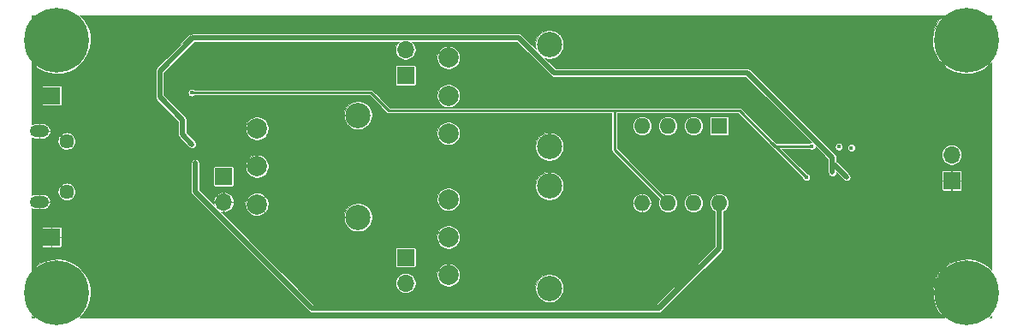
<source format=gbr>
G04 #@! TF.GenerationSoftware,KiCad,Pcbnew,(5.1.5-0-10_14)*
G04 #@! TF.CreationDate,2020-09-27T01:00:48-07:00*
G04 #@! TF.ProjectId,Bias_Tester,42696173-5f54-4657-9374-65722e6b6963,rev?*
G04 #@! TF.SameCoordinates,Original*
G04 #@! TF.FileFunction,Copper,L3,Inr*
G04 #@! TF.FilePolarity,Positive*
%FSLAX46Y46*%
G04 Gerber Fmt 4.6, Leading zero omitted, Abs format (unit mm)*
G04 Created by KiCad (PCBNEW (5.1.5-0-10_14)) date 2020-09-27 01:00:48*
%MOMM*%
%LPD*%
G04 APERTURE LIST*
%ADD10C,1.450000*%
%ADD11O,1.900000X1.200000*%
%ADD12R,1.700000X1.700000*%
%ADD13O,1.700000X1.700000*%
%ADD14C,2.000000*%
%ADD15C,2.500000*%
%ADD16C,6.400000*%
%ADD17R,1.600000X1.600000*%
%ADD18O,1.600000X1.600000*%
%ADD19C,0.450000*%
%ADD20C,0.500000*%
%ADD21C,0.250000*%
%ADD22C,0.100000*%
G04 APERTURE END LIST*
D10*
X76462500Y-96500000D03*
X76462500Y-101500000D03*
D11*
X73762500Y-95500000D03*
X73762500Y-102500000D03*
D12*
X110000000Y-90000000D03*
D13*
X110000000Y-87460000D03*
X92000000Y-102540000D03*
D12*
X92000000Y-100000000D03*
X110000000Y-108000000D03*
D13*
X110000000Y-110540000D03*
D14*
X114230000Y-88250000D03*
X114230000Y-92000000D03*
X114230000Y-95750000D03*
D15*
X124230000Y-86950000D03*
X124230000Y-97050000D03*
D14*
X95300000Y-95250000D03*
X95300000Y-99000000D03*
X95300000Y-102750000D03*
D15*
X105300000Y-93950000D03*
X105300000Y-104050000D03*
X124230000Y-111050000D03*
X124230000Y-100950000D03*
D14*
X114230000Y-109750000D03*
X114230000Y-106000000D03*
X114230000Y-102250000D03*
D12*
X75000000Y-106000000D03*
X75000000Y-92000000D03*
D16*
X75500000Y-86500000D03*
X165450000Y-86500000D03*
X75500000Y-111500000D03*
X165500000Y-111500000D03*
D12*
X164000000Y-100400000D03*
D13*
X164000000Y-97860000D03*
D17*
X141000000Y-95000000D03*
D18*
X133380000Y-102620000D03*
X138460000Y-95000000D03*
X135920000Y-102620000D03*
X135920000Y-95000000D03*
X138460000Y-102620000D03*
X133380000Y-95000000D03*
X141000000Y-102620000D03*
D19*
X86970000Y-97870000D03*
X86970000Y-99870000D03*
X85590000Y-100390000D03*
X88020000Y-100390000D03*
X87360000Y-98230000D03*
X86190000Y-98140000D03*
X87150000Y-89220000D03*
X84660000Y-89190000D03*
X86250000Y-91040000D03*
X86060000Y-93710000D03*
X86380000Y-94820000D03*
X78790000Y-99390000D03*
X81610000Y-99380000D03*
X82800000Y-99390000D03*
X149710000Y-97990000D03*
X149820000Y-99010000D03*
X88490000Y-92690000D03*
X152800000Y-98380000D03*
X89330000Y-87030000D03*
X95180000Y-86920000D03*
X106390000Y-87000000D03*
X117400000Y-87050000D03*
X120820000Y-87170000D03*
X124410000Y-90510000D03*
X122220000Y-88740000D03*
X134220000Y-90720000D03*
X145760000Y-92940000D03*
X147270000Y-91910000D03*
X150600000Y-95440000D03*
X140840000Y-88940000D03*
X129050000Y-88880000D03*
X118570000Y-85360000D03*
X112000000Y-85270000D03*
X100840000Y-85360000D03*
X99950000Y-87130000D03*
X92250000Y-85360000D03*
X86560000Y-86930000D03*
X90400000Y-100730000D03*
X88330000Y-102370000D03*
X93090000Y-104200000D03*
X90960000Y-104930000D03*
X95210000Y-105920000D03*
X93630000Y-106890000D03*
X97770000Y-108610000D03*
X95540000Y-109420000D03*
X100380000Y-110980000D03*
X97530000Y-111680000D03*
X102470000Y-112090000D03*
X102340000Y-113700000D03*
X104170000Y-112160000D03*
X104200000Y-113750000D03*
X106990000Y-112140000D03*
X106970000Y-113720000D03*
X109760000Y-112190000D03*
X109810000Y-113820000D03*
X111990000Y-112100000D03*
X111850000Y-113780000D03*
X114960000Y-111890000D03*
X114960000Y-113890000D03*
X118250000Y-112390000D03*
X118270000Y-113750000D03*
X121670000Y-112300000D03*
X121560000Y-113750000D03*
X126650000Y-112210000D03*
X126600000Y-113740000D03*
X130670000Y-112160000D03*
X130810000Y-113740000D03*
X134550000Y-112110000D03*
X136030000Y-113260000D03*
X137420000Y-109050000D03*
X139190000Y-110340000D03*
X139660000Y-106520000D03*
X141860000Y-106370000D03*
X90940000Y-91000000D03*
X91050000Y-92500000D03*
X94470000Y-91040000D03*
X94540000Y-92690000D03*
X97950000Y-91070000D03*
X97880000Y-92610000D03*
X101400000Y-91110000D03*
X101320000Y-92800000D03*
X105250000Y-91040000D03*
X108690000Y-92430000D03*
X107810000Y-94230000D03*
X112070000Y-92580000D03*
X112100000Y-94520000D03*
X116730000Y-92750000D03*
X116620000Y-94330000D03*
X119870000Y-92670000D03*
X119980000Y-94490000D03*
X123230000Y-92750000D03*
X123430000Y-94330000D03*
X126950000Y-92670000D03*
X127180000Y-94450000D03*
X130390000Y-92790000D03*
X131740000Y-94800000D03*
X129500000Y-94910000D03*
X129580000Y-96960000D03*
X132170000Y-97120000D03*
X130660000Y-99320000D03*
X133870000Y-98940000D03*
X132750000Y-100990000D03*
X134650000Y-92750000D03*
X136850000Y-92820000D03*
X141460000Y-92670000D03*
X138670000Y-92750000D03*
X145140000Y-94180000D03*
X143300000Y-95770000D03*
X147260000Y-95840000D03*
X145280000Y-97610000D03*
X147300000Y-99500000D03*
X149670000Y-93470000D03*
X145500000Y-89510000D03*
X143520000Y-91460000D03*
X142460000Y-88560000D03*
X140480000Y-90680000D03*
X136760000Y-91030000D03*
X136800000Y-88840000D03*
X130760000Y-91000000D03*
X131600000Y-88770000D03*
X127400000Y-91030000D03*
X126830000Y-88420000D03*
X122480000Y-85410000D03*
X115630000Y-85330000D03*
X112090000Y-87230000D03*
X109000000Y-85020000D03*
X103820000Y-87180000D03*
X104730000Y-85400000D03*
X97990000Y-85150000D03*
X97030000Y-87620000D03*
X91840000Y-87330000D03*
X88940000Y-85170000D03*
X83960000Y-92200000D03*
X89000000Y-94730000D03*
X116950000Y-104680000D03*
X121040000Y-104710000D03*
X117010000Y-107760000D03*
X122190000Y-107760000D03*
X126530000Y-105350000D03*
X129510000Y-102600000D03*
X108820000Y-98370000D03*
X104840000Y-97040000D03*
X103970000Y-101890000D03*
X109220000Y-101490000D03*
X98540000Y-96920000D03*
X99530000Y-100910000D03*
X109690000Y-104260000D03*
X105530000Y-107260000D03*
X155810000Y-96540000D03*
X158710000Y-96680000D03*
X161160000Y-96630000D03*
X156440000Y-99400000D03*
X159300000Y-99440000D03*
X160790000Y-99260000D03*
X81790000Y-100800000D03*
X79520000Y-100610000D03*
X80350000Y-96380000D03*
X77500000Y-94960000D03*
X75660000Y-93820000D03*
X77350000Y-91270000D03*
X79750000Y-93460000D03*
X73860000Y-90590000D03*
X153610000Y-100050000D03*
X152200000Y-99600000D03*
X88890000Y-96820000D03*
X89200000Y-98670000D03*
X152850000Y-97060000D03*
X154090000Y-97160000D03*
X88840000Y-91710000D03*
X150180000Y-96990000D03*
X149620000Y-100070000D03*
D20*
X152200000Y-99281802D02*
X152200000Y-99600000D01*
X143830000Y-89750000D02*
X152200000Y-98120000D01*
X124676798Y-89750000D02*
X143830000Y-89750000D01*
X121196797Y-86269999D02*
X124676798Y-89750000D01*
X85684999Y-89555001D02*
X88970001Y-86269999D01*
X87924999Y-94384999D02*
X85684999Y-92144999D01*
X87924999Y-95854999D02*
X87924999Y-94384999D01*
X88970001Y-86269999D02*
X121196797Y-86269999D01*
X85684999Y-92144999D02*
X85684999Y-89555001D01*
X88890000Y-96820000D02*
X87924999Y-95854999D01*
X152360000Y-98800000D02*
X153610000Y-100050000D01*
X152200000Y-98800000D02*
X152360000Y-98800000D01*
X152200000Y-98120000D02*
X152200000Y-98800000D01*
X152200000Y-98800000D02*
X152200000Y-99281802D01*
X89200000Y-101501202D02*
X100748798Y-113050000D01*
X89200000Y-98670000D02*
X89200000Y-101501202D01*
X100748798Y-113050000D02*
X135060000Y-113050000D01*
X141000000Y-107110000D02*
X141000000Y-102620000D01*
X135060000Y-113050000D02*
X141000000Y-107110000D01*
D21*
X130640000Y-97340000D02*
X135920000Y-102620000D01*
X130640000Y-93470000D02*
X130640000Y-97340000D01*
X114220000Y-93490000D02*
X130640000Y-93470000D01*
X108320000Y-93490000D02*
X114220000Y-93490000D01*
X106540000Y-91710000D02*
X108320000Y-93490000D01*
X88840000Y-91710000D02*
X106540000Y-91710000D01*
X146520000Y-96990000D02*
X146260000Y-96730000D01*
X150180000Y-96990000D02*
X146520000Y-96990000D01*
X149620000Y-100070000D02*
X146260000Y-96730000D01*
X143009261Y-93479261D02*
X146520000Y-96990000D01*
X142270739Y-93479261D02*
X143009261Y-93479261D01*
X130640000Y-93470000D02*
X142270739Y-93479261D01*
D22*
G36*
X73149786Y-84142715D02*
G01*
X75500000Y-86492929D01*
X77850214Y-84142715D01*
X77755820Y-84050000D01*
X163194180Y-84050000D01*
X163099786Y-84142715D01*
X165450000Y-86492929D01*
X167800214Y-84142715D01*
X167705820Y-84050000D01*
X167950000Y-84050000D01*
X167950000Y-84295086D01*
X167807285Y-84149786D01*
X165457071Y-86500000D01*
X167807285Y-88850214D01*
X167950000Y-88704914D01*
X167950000Y-109244180D01*
X167857285Y-109149786D01*
X165507071Y-111500000D01*
X167857285Y-113850214D01*
X167950000Y-113755820D01*
X167950000Y-113950000D01*
X167755820Y-113950000D01*
X167850214Y-113857285D01*
X165500000Y-111507071D01*
X163149786Y-113857285D01*
X163244180Y-113950000D01*
X77755820Y-113950000D01*
X77850214Y-113857285D01*
X75500000Y-111507071D01*
X73149786Y-113857285D01*
X73244180Y-113950000D01*
X73050000Y-113950000D01*
X73050000Y-113755820D01*
X73142715Y-113850214D01*
X75492929Y-111500000D01*
X75507071Y-111500000D01*
X77857285Y-113850214D01*
X78226256Y-113474560D01*
X78559090Y-112904754D01*
X78774364Y-112280963D01*
X78863807Y-111627160D01*
X78823980Y-110968470D01*
X78656414Y-110330207D01*
X78367549Y-109736899D01*
X78226256Y-109525440D01*
X77857285Y-109149786D01*
X75507071Y-111500000D01*
X75492929Y-111500000D01*
X73142715Y-109149786D01*
X73050000Y-109244180D01*
X73050000Y-109142715D01*
X73149786Y-109142715D01*
X75500000Y-111492929D01*
X77850214Y-109142715D01*
X77474560Y-108773744D01*
X76904754Y-108440910D01*
X76280963Y-108225636D01*
X75627160Y-108136193D01*
X74968470Y-108176020D01*
X74330207Y-108343586D01*
X73736899Y-108632451D01*
X73525440Y-108773744D01*
X73149786Y-109142715D01*
X73050000Y-109142715D01*
X73050000Y-106850000D01*
X73999274Y-106850000D01*
X74002170Y-106879405D01*
X74010747Y-106907680D01*
X74024676Y-106933739D01*
X74043421Y-106956579D01*
X74066261Y-106975324D01*
X74092320Y-106989253D01*
X74120595Y-106997830D01*
X74150000Y-107000726D01*
X74957500Y-107000000D01*
X74995000Y-106962500D01*
X74995000Y-106005000D01*
X75005000Y-106005000D01*
X75005000Y-106962500D01*
X75042500Y-107000000D01*
X75850000Y-107000726D01*
X75879405Y-106997830D01*
X75907680Y-106989253D01*
X75933739Y-106975324D01*
X75956579Y-106956579D01*
X75975324Y-106933739D01*
X75989253Y-106907680D01*
X75997830Y-106879405D01*
X76000726Y-106850000D01*
X76000000Y-106042500D01*
X75962500Y-106005000D01*
X75005000Y-106005000D01*
X74995000Y-106005000D01*
X74037500Y-106005000D01*
X74000000Y-106042500D01*
X73999274Y-106850000D01*
X73050000Y-106850000D01*
X73050000Y-105150000D01*
X73999274Y-105150000D01*
X74000000Y-105957500D01*
X74037500Y-105995000D01*
X74995000Y-105995000D01*
X74995000Y-105037500D01*
X75005000Y-105037500D01*
X75005000Y-105995000D01*
X75962500Y-105995000D01*
X76000000Y-105957500D01*
X76000726Y-105150000D01*
X75997830Y-105120595D01*
X75989253Y-105092320D01*
X75975324Y-105066261D01*
X75956579Y-105043421D01*
X75933739Y-105024676D01*
X75907680Y-105010747D01*
X75879405Y-105002170D01*
X75850000Y-104999274D01*
X75042500Y-105000000D01*
X75005000Y-105037500D01*
X74995000Y-105037500D01*
X74957500Y-105000000D01*
X74150000Y-104999274D01*
X74120595Y-105002170D01*
X74092320Y-105010747D01*
X74066261Y-105024676D01*
X74043421Y-105043421D01*
X74024676Y-105066261D01*
X74010747Y-105092320D01*
X74002170Y-105120595D01*
X73999274Y-105150000D01*
X73050000Y-105150000D01*
X73050000Y-103152508D01*
X73120868Y-103190997D01*
X73261278Y-103234614D01*
X73407500Y-103250000D01*
X73757500Y-103250000D01*
X73757500Y-102505000D01*
X73767500Y-102505000D01*
X73767500Y-103250000D01*
X74117500Y-103250000D01*
X74263722Y-103234614D01*
X74404132Y-103190997D01*
X74533335Y-103120825D01*
X74646366Y-103026795D01*
X74738881Y-102912521D01*
X74807324Y-102782394D01*
X74849065Y-102641414D01*
X74852467Y-102622262D01*
X74824982Y-102505000D01*
X73767500Y-102505000D01*
X73757500Y-102505000D01*
X73737500Y-102505000D01*
X73737500Y-102495000D01*
X73757500Y-102495000D01*
X73757500Y-101750000D01*
X73767500Y-101750000D01*
X73767500Y-102495000D01*
X74824982Y-102495000D01*
X74852467Y-102377738D01*
X74849065Y-102358586D01*
X74807324Y-102217606D01*
X74744794Y-102098721D01*
X75870850Y-102098721D01*
X75949753Y-102214243D01*
X76098947Y-102300551D01*
X76262112Y-102356094D01*
X76432978Y-102378738D01*
X76604978Y-102367613D01*
X76771503Y-102323146D01*
X76926153Y-102247046D01*
X76975247Y-102214243D01*
X77054150Y-102098721D01*
X76462500Y-101507071D01*
X75870850Y-102098721D01*
X74744794Y-102098721D01*
X74738881Y-102087479D01*
X74646366Y-101973205D01*
X74533335Y-101879175D01*
X74404132Y-101809003D01*
X74263722Y-101765386D01*
X74117500Y-101750000D01*
X73767500Y-101750000D01*
X73757500Y-101750000D01*
X73407500Y-101750000D01*
X73261278Y-101765386D01*
X73120868Y-101809003D01*
X73050000Y-101847492D01*
X73050000Y-101470478D01*
X75583762Y-101470478D01*
X75594887Y-101642478D01*
X75639354Y-101809003D01*
X75715454Y-101963653D01*
X75748257Y-102012747D01*
X75863779Y-102091650D01*
X76455429Y-101500000D01*
X76469571Y-101500000D01*
X77061221Y-102091650D01*
X77176743Y-102012747D01*
X77263051Y-101863553D01*
X77318594Y-101700388D01*
X77341238Y-101529522D01*
X77339407Y-101501202D01*
X88798065Y-101501202D01*
X88805788Y-101579615D01*
X88828661Y-101655016D01*
X88865803Y-101724504D01*
X88903265Y-101770152D01*
X88903268Y-101770155D01*
X88915790Y-101785413D01*
X88931048Y-101797935D01*
X100452065Y-113318953D01*
X100464587Y-113334211D01*
X100479845Y-113346733D01*
X100479847Y-113346735D01*
X100525495Y-113384197D01*
X100594984Y-113421340D01*
X100670384Y-113444212D01*
X100748798Y-113451935D01*
X100768445Y-113450000D01*
X135040354Y-113450000D01*
X135060000Y-113451935D01*
X135079646Y-113450000D01*
X135079647Y-113450000D01*
X135138414Y-113444212D01*
X135213814Y-113421340D01*
X135283303Y-113384197D01*
X135344211Y-113334211D01*
X135356737Y-113318948D01*
X137302845Y-111372840D01*
X162136193Y-111372840D01*
X162176020Y-112031530D01*
X162343586Y-112669793D01*
X162632451Y-113263101D01*
X162773744Y-113474560D01*
X163142715Y-113850214D01*
X165492929Y-111500000D01*
X163142715Y-109149786D01*
X162773744Y-109525440D01*
X162440910Y-110095246D01*
X162225636Y-110719037D01*
X162136193Y-111372840D01*
X137302845Y-111372840D01*
X139532970Y-109142715D01*
X163149786Y-109142715D01*
X165500000Y-111492929D01*
X167850214Y-109142715D01*
X167474560Y-108773744D01*
X166904754Y-108440910D01*
X166280963Y-108225636D01*
X165627160Y-108136193D01*
X164968470Y-108176020D01*
X164330207Y-108343586D01*
X163736899Y-108632451D01*
X163525440Y-108773744D01*
X163149786Y-109142715D01*
X139532970Y-109142715D01*
X141268949Y-107406736D01*
X141284211Y-107394211D01*
X141334197Y-107333303D01*
X141371340Y-107263814D01*
X141394212Y-107188414D01*
X141400000Y-107129647D01*
X141400000Y-107129646D01*
X141401935Y-107110000D01*
X141400000Y-107090353D01*
X141400000Y-103482587D01*
X141449994Y-103461879D01*
X141605590Y-103357913D01*
X141737913Y-103225590D01*
X141841879Y-103069994D01*
X141913492Y-102897105D01*
X141950000Y-102713567D01*
X141950000Y-102526433D01*
X141913492Y-102342895D01*
X141841879Y-102170006D01*
X141737913Y-102014410D01*
X141605590Y-101882087D01*
X141449994Y-101778121D01*
X141277105Y-101706508D01*
X141093567Y-101670000D01*
X140906433Y-101670000D01*
X140722895Y-101706508D01*
X140550006Y-101778121D01*
X140394410Y-101882087D01*
X140262087Y-102014410D01*
X140158121Y-102170006D01*
X140086508Y-102342895D01*
X140050000Y-102526433D01*
X140050000Y-102713567D01*
X140086508Y-102897105D01*
X140158121Y-103069994D01*
X140262087Y-103225590D01*
X140394410Y-103357913D01*
X140550006Y-103461879D01*
X140600001Y-103482588D01*
X140600000Y-106944315D01*
X134894315Y-112650000D01*
X100914484Y-112650000D01*
X98705993Y-110441509D01*
X109000000Y-110441509D01*
X109000000Y-110638491D01*
X109038429Y-110831689D01*
X109113811Y-111013678D01*
X109223249Y-111177463D01*
X109362537Y-111316751D01*
X109526322Y-111426189D01*
X109708311Y-111501571D01*
X109901509Y-111540000D01*
X110098491Y-111540000D01*
X110291689Y-111501571D01*
X110473678Y-111426189D01*
X110637463Y-111316751D01*
X110776751Y-111177463D01*
X110886189Y-111013678D01*
X110928258Y-110912112D01*
X122830000Y-110912112D01*
X122830000Y-111187888D01*
X122883801Y-111458365D01*
X122989336Y-111713149D01*
X123142549Y-111942448D01*
X123337552Y-112137451D01*
X123566851Y-112290664D01*
X123821635Y-112396199D01*
X124092112Y-112450000D01*
X124367888Y-112450000D01*
X124638365Y-112396199D01*
X124893149Y-112290664D01*
X125122448Y-112137451D01*
X125317451Y-111942448D01*
X125470664Y-111713149D01*
X125576199Y-111458365D01*
X125630000Y-111187888D01*
X125630000Y-110912112D01*
X125576199Y-110641635D01*
X125470664Y-110386851D01*
X125317451Y-110157552D01*
X125122448Y-109962549D01*
X124893149Y-109809336D01*
X124638365Y-109703801D01*
X124367888Y-109650000D01*
X124092112Y-109650000D01*
X123821635Y-109703801D01*
X123566851Y-109809336D01*
X123337552Y-109962549D01*
X123142549Y-110157552D01*
X122989336Y-110386851D01*
X122883801Y-110641635D01*
X122830000Y-110912112D01*
X110928258Y-110912112D01*
X110961571Y-110831689D01*
X111000000Y-110638491D01*
X111000000Y-110441509D01*
X110961571Y-110248311D01*
X110886189Y-110066322D01*
X110776751Y-109902537D01*
X110637463Y-109763249D01*
X110473678Y-109653811D01*
X110432453Y-109636735D01*
X113080000Y-109636735D01*
X113080000Y-109863265D01*
X113124194Y-110085443D01*
X113210884Y-110294729D01*
X113336737Y-110483082D01*
X113496918Y-110643263D01*
X113685271Y-110769116D01*
X113894557Y-110855806D01*
X114116735Y-110900000D01*
X114343265Y-110900000D01*
X114565443Y-110855806D01*
X114774729Y-110769116D01*
X114963082Y-110643263D01*
X115123263Y-110483082D01*
X115249116Y-110294729D01*
X115335806Y-110085443D01*
X115380000Y-109863265D01*
X115380000Y-109636735D01*
X115335806Y-109414557D01*
X115249116Y-109205271D01*
X115123263Y-109016918D01*
X114963082Y-108856737D01*
X114774729Y-108730884D01*
X114565443Y-108644194D01*
X114343265Y-108600000D01*
X114116735Y-108600000D01*
X113894557Y-108644194D01*
X113685271Y-108730884D01*
X113496918Y-108856737D01*
X113336737Y-109016918D01*
X113210884Y-109205271D01*
X113124194Y-109414557D01*
X113080000Y-109636735D01*
X110432453Y-109636735D01*
X110291689Y-109578429D01*
X110098491Y-109540000D01*
X109901509Y-109540000D01*
X109708311Y-109578429D01*
X109526322Y-109653811D01*
X109362537Y-109763249D01*
X109223249Y-109902537D01*
X109113811Y-110066322D01*
X109038429Y-110248311D01*
X109000000Y-110441509D01*
X98705993Y-110441509D01*
X95414484Y-107150000D01*
X108999275Y-107150000D01*
X108999275Y-108850000D01*
X109002171Y-108879405D01*
X109010748Y-108907680D01*
X109024677Y-108933738D01*
X109043421Y-108956579D01*
X109066262Y-108975323D01*
X109092320Y-108989252D01*
X109120595Y-108997829D01*
X109150000Y-109000725D01*
X110850000Y-109000725D01*
X110879405Y-108997829D01*
X110907680Y-108989252D01*
X110933738Y-108975323D01*
X110956579Y-108956579D01*
X110975323Y-108933738D01*
X110989252Y-108907680D01*
X110997829Y-108879405D01*
X111000725Y-108850000D01*
X111000725Y-107150000D01*
X110997829Y-107120595D01*
X110989252Y-107092320D01*
X110975323Y-107066262D01*
X110956579Y-107043421D01*
X110933738Y-107024677D01*
X110907680Y-107010748D01*
X110879405Y-107002171D01*
X110850000Y-106999275D01*
X109150000Y-106999275D01*
X109120595Y-107002171D01*
X109092320Y-107010748D01*
X109066262Y-107024677D01*
X109043421Y-107043421D01*
X109024677Y-107066262D01*
X109010748Y-107092320D01*
X109002171Y-107120595D01*
X108999275Y-107150000D01*
X95414484Y-107150000D01*
X94151219Y-105886735D01*
X113080000Y-105886735D01*
X113080000Y-106113265D01*
X113124194Y-106335443D01*
X113210884Y-106544729D01*
X113336737Y-106733082D01*
X113496918Y-106893263D01*
X113685271Y-107019116D01*
X113894557Y-107105806D01*
X114116735Y-107150000D01*
X114343265Y-107150000D01*
X114565443Y-107105806D01*
X114774729Y-107019116D01*
X114963082Y-106893263D01*
X115123263Y-106733082D01*
X115249116Y-106544729D01*
X115335806Y-106335443D01*
X115380000Y-106113265D01*
X115380000Y-105886735D01*
X115335806Y-105664557D01*
X115249116Y-105455271D01*
X115123263Y-105266918D01*
X114963082Y-105106737D01*
X114774729Y-104980884D01*
X114565443Y-104894194D01*
X114343265Y-104850000D01*
X114116735Y-104850000D01*
X113894557Y-104894194D01*
X113685271Y-104980884D01*
X113496918Y-105106737D01*
X113336737Y-105266918D01*
X113210884Y-105455271D01*
X113124194Y-105664557D01*
X113080000Y-105886735D01*
X94151219Y-105886735D01*
X92176596Y-103912112D01*
X103900000Y-103912112D01*
X103900000Y-104187888D01*
X103953801Y-104458365D01*
X104059336Y-104713149D01*
X104212549Y-104942448D01*
X104407552Y-105137451D01*
X104636851Y-105290664D01*
X104891635Y-105396199D01*
X105162112Y-105450000D01*
X105437888Y-105450000D01*
X105708365Y-105396199D01*
X105963149Y-105290664D01*
X106192448Y-105137451D01*
X106387451Y-104942448D01*
X106540664Y-104713149D01*
X106646199Y-104458365D01*
X106700000Y-104187888D01*
X106700000Y-103912112D01*
X106646199Y-103641635D01*
X106540664Y-103386851D01*
X106387451Y-103157552D01*
X106192448Y-102962549D01*
X105963149Y-102809336D01*
X105708365Y-102703801D01*
X105437888Y-102650000D01*
X105162112Y-102650000D01*
X104891635Y-102703801D01*
X104636851Y-102809336D01*
X104407552Y-102962549D01*
X104212549Y-103157552D01*
X104059336Y-103386851D01*
X103953801Y-103641635D01*
X103900000Y-103912112D01*
X92176596Y-103912112D01*
X91808602Y-103544118D01*
X94512953Y-103544118D01*
X94624828Y-103687801D01*
X94820758Y-103801501D01*
X95035104Y-103874792D01*
X95259630Y-103904858D01*
X95485707Y-103890543D01*
X95704648Y-103832399D01*
X95908038Y-103732658D01*
X95975172Y-103687801D01*
X96087047Y-103544118D01*
X95300000Y-102757071D01*
X94512953Y-103544118D01*
X91808602Y-103544118D01*
X91774227Y-103509744D01*
X91838629Y-103526894D01*
X91995000Y-103502488D01*
X91995000Y-102545000D01*
X92005000Y-102545000D01*
X92005000Y-103502488D01*
X92161371Y-103526894D01*
X92350804Y-103476449D01*
X92526756Y-103390017D01*
X92682465Y-103270919D01*
X92811947Y-103123732D01*
X92910226Y-102954113D01*
X92973526Y-102768580D01*
X92985250Y-102709630D01*
X94145142Y-102709630D01*
X94159457Y-102935707D01*
X94217601Y-103154648D01*
X94317342Y-103358038D01*
X94362199Y-103425172D01*
X94505882Y-103537047D01*
X95292929Y-102750000D01*
X95307071Y-102750000D01*
X96094118Y-103537047D01*
X96237801Y-103425172D01*
X96351501Y-103229242D01*
X96424792Y-103014896D01*
X96454858Y-102790370D01*
X96440543Y-102564293D01*
X96382399Y-102345352D01*
X96282658Y-102141962D01*
X96279166Y-102136735D01*
X113080000Y-102136735D01*
X113080000Y-102363265D01*
X113124194Y-102585443D01*
X113210884Y-102794729D01*
X113336737Y-102983082D01*
X113496918Y-103143263D01*
X113685271Y-103269116D01*
X113894557Y-103355806D01*
X114116735Y-103400000D01*
X114343265Y-103400000D01*
X114565443Y-103355806D01*
X114774729Y-103269116D01*
X114963082Y-103143263D01*
X115123263Y-102983082D01*
X115249116Y-102794729D01*
X115257889Y-102773549D01*
X132442491Y-102773549D01*
X132490461Y-102953498D01*
X132572615Y-103120630D01*
X132685797Y-103268524D01*
X132825657Y-103391495D01*
X132986820Y-103484818D01*
X133163092Y-103544906D01*
X133226451Y-103557509D01*
X133375000Y-103532486D01*
X133375000Y-102625000D01*
X133385000Y-102625000D01*
X133385000Y-103532486D01*
X133533549Y-103557509D01*
X133596908Y-103544906D01*
X133773180Y-103484818D01*
X133934343Y-103391495D01*
X134074203Y-103268524D01*
X134187385Y-103120630D01*
X134269539Y-102953498D01*
X134317509Y-102773549D01*
X134292487Y-102625000D01*
X133385000Y-102625000D01*
X133375000Y-102625000D01*
X132467513Y-102625000D01*
X132442491Y-102773549D01*
X115257889Y-102773549D01*
X115335806Y-102585443D01*
X115359475Y-102466451D01*
X132442491Y-102466451D01*
X132467513Y-102615000D01*
X133375000Y-102615000D01*
X133375000Y-101707514D01*
X133385000Y-101707514D01*
X133385000Y-102615000D01*
X134292487Y-102615000D01*
X134317509Y-102466451D01*
X134269539Y-102286502D01*
X134187385Y-102119370D01*
X134074203Y-101971476D01*
X133934343Y-101848505D01*
X133773180Y-101755182D01*
X133596908Y-101695094D01*
X133533549Y-101682491D01*
X133385000Y-101707514D01*
X133375000Y-101707514D01*
X133226451Y-101682491D01*
X133163092Y-101695094D01*
X132986820Y-101755182D01*
X132825657Y-101848505D01*
X132685797Y-101971476D01*
X132572615Y-102119370D01*
X132490461Y-102286502D01*
X132442491Y-102466451D01*
X115359475Y-102466451D01*
X115380000Y-102363265D01*
X115380000Y-102136735D01*
X115335806Y-101914557D01*
X115249116Y-101705271D01*
X115123263Y-101516918D01*
X114963082Y-101356737D01*
X114774729Y-101230884D01*
X114565443Y-101144194D01*
X114343265Y-101100000D01*
X114116735Y-101100000D01*
X113894557Y-101144194D01*
X113685271Y-101230884D01*
X113496918Y-101356737D01*
X113336737Y-101516918D01*
X113210884Y-101705271D01*
X113124194Y-101914557D01*
X113080000Y-102136735D01*
X96279166Y-102136735D01*
X96237801Y-102074828D01*
X96094118Y-101962953D01*
X95307071Y-102750000D01*
X95292929Y-102750000D01*
X94505882Y-101962953D01*
X94362199Y-102074828D01*
X94248499Y-102270758D01*
X94175208Y-102485104D01*
X94145142Y-102709630D01*
X92985250Y-102709630D01*
X92986893Y-102701371D01*
X92962487Y-102545000D01*
X92005000Y-102545000D01*
X91995000Y-102545000D01*
X91037513Y-102545000D01*
X91013107Y-102701371D01*
X91024838Y-102760355D01*
X90643112Y-102378629D01*
X91013107Y-102378629D01*
X91037513Y-102535000D01*
X91995000Y-102535000D01*
X91995000Y-101577512D01*
X92005000Y-101577512D01*
X92005000Y-102535000D01*
X92962487Y-102535000D01*
X92986893Y-102378629D01*
X92973526Y-102311420D01*
X92910226Y-102125887D01*
X92811947Y-101956268D01*
X92811608Y-101955882D01*
X94512953Y-101955882D01*
X95300000Y-102742929D01*
X96087047Y-101955882D01*
X95975172Y-101812199D01*
X95779242Y-101698499D01*
X95564896Y-101625208D01*
X95340370Y-101595142D01*
X95114293Y-101609457D01*
X94895352Y-101667601D01*
X94691962Y-101767342D01*
X94624828Y-101812199D01*
X94512953Y-101955882D01*
X92811608Y-101955882D01*
X92682465Y-101809081D01*
X92526756Y-101689983D01*
X92350804Y-101603551D01*
X92161371Y-101553106D01*
X92005000Y-101577512D01*
X91995000Y-101577512D01*
X91838629Y-101553106D01*
X91649196Y-101603551D01*
X91473244Y-101689983D01*
X91317535Y-101809081D01*
X91188053Y-101956268D01*
X91089774Y-102125887D01*
X91026474Y-102311420D01*
X91013107Y-102378629D01*
X90643112Y-102378629D01*
X89600000Y-101335517D01*
X89600000Y-99150000D01*
X90999275Y-99150000D01*
X90999275Y-100850000D01*
X91002171Y-100879405D01*
X91010748Y-100907680D01*
X91024677Y-100933738D01*
X91043421Y-100956579D01*
X91066262Y-100975323D01*
X91092320Y-100989252D01*
X91120595Y-100997829D01*
X91150000Y-101000725D01*
X92850000Y-101000725D01*
X92879405Y-100997829D01*
X92907680Y-100989252D01*
X92933738Y-100975323D01*
X92956579Y-100956579D01*
X92975323Y-100933738D01*
X92989252Y-100907680D01*
X92997829Y-100879405D01*
X93000725Y-100850000D01*
X93000725Y-100812112D01*
X122830000Y-100812112D01*
X122830000Y-101087888D01*
X122883801Y-101358365D01*
X122989336Y-101613149D01*
X123142549Y-101842448D01*
X123337552Y-102037451D01*
X123566851Y-102190664D01*
X123821635Y-102296199D01*
X124092112Y-102350000D01*
X124367888Y-102350000D01*
X124638365Y-102296199D01*
X124893149Y-102190664D01*
X125122448Y-102037451D01*
X125317451Y-101842448D01*
X125470664Y-101613149D01*
X125576199Y-101358365D01*
X125630000Y-101087888D01*
X125630000Y-100812112D01*
X125576199Y-100541635D01*
X125470664Y-100286851D01*
X125317451Y-100057552D01*
X125122448Y-99862549D01*
X124893149Y-99709336D01*
X124638365Y-99603801D01*
X124367888Y-99550000D01*
X124092112Y-99550000D01*
X123821635Y-99603801D01*
X123566851Y-99709336D01*
X123337552Y-99862549D01*
X123142549Y-100057552D01*
X122989336Y-100286851D01*
X122883801Y-100541635D01*
X122830000Y-100812112D01*
X93000725Y-100812112D01*
X93000725Y-99150000D01*
X92997829Y-99120595D01*
X92989252Y-99092320D01*
X92975323Y-99066262D01*
X92956579Y-99043421D01*
X92933738Y-99024677D01*
X92907680Y-99010748D01*
X92879405Y-99002171D01*
X92850000Y-98999275D01*
X91150000Y-98999275D01*
X91120595Y-99002171D01*
X91092320Y-99010748D01*
X91066262Y-99024677D01*
X91043421Y-99043421D01*
X91024677Y-99066262D01*
X91010748Y-99092320D01*
X91002171Y-99120595D01*
X90999275Y-99150000D01*
X89600000Y-99150000D01*
X89600000Y-98886735D01*
X94150000Y-98886735D01*
X94150000Y-99113265D01*
X94194194Y-99335443D01*
X94280884Y-99544729D01*
X94406737Y-99733082D01*
X94566918Y-99893263D01*
X94755271Y-100019116D01*
X94964557Y-100105806D01*
X95186735Y-100150000D01*
X95413265Y-100150000D01*
X95635443Y-100105806D01*
X95844729Y-100019116D01*
X96033082Y-99893263D01*
X96193263Y-99733082D01*
X96319116Y-99544729D01*
X96405806Y-99335443D01*
X96450000Y-99113265D01*
X96450000Y-98886735D01*
X96405806Y-98664557D01*
X96319116Y-98455271D01*
X96193263Y-98266918D01*
X96033082Y-98106737D01*
X95844729Y-97980884D01*
X95635443Y-97894194D01*
X95413265Y-97850000D01*
X95186735Y-97850000D01*
X94964557Y-97894194D01*
X94755271Y-97980884D01*
X94566918Y-98106737D01*
X94406737Y-98266918D01*
X94280884Y-98455271D01*
X94194194Y-98664557D01*
X94150000Y-98886735D01*
X89600000Y-98886735D01*
X89600000Y-98650353D01*
X89594212Y-98591586D01*
X89571340Y-98516186D01*
X89534197Y-98446697D01*
X89484211Y-98385789D01*
X89423302Y-98335803D01*
X89353813Y-98298660D01*
X89278413Y-98275788D01*
X89200000Y-98268065D01*
X89121586Y-98275788D01*
X89046186Y-98298660D01*
X88976697Y-98335803D01*
X88915789Y-98385789D01*
X88865803Y-98446698D01*
X88828660Y-98516187D01*
X88805788Y-98591587D01*
X88800000Y-98650354D01*
X88800001Y-101481546D01*
X88798065Y-101501202D01*
X77339407Y-101501202D01*
X77330113Y-101357522D01*
X77285646Y-101190997D01*
X77209546Y-101036347D01*
X77176743Y-100987253D01*
X77061221Y-100908350D01*
X76469571Y-101500000D01*
X76455429Y-101500000D01*
X75863779Y-100908350D01*
X75748257Y-100987253D01*
X75661949Y-101136447D01*
X75606406Y-101299612D01*
X75583762Y-101470478D01*
X73050000Y-101470478D01*
X73050000Y-100901279D01*
X75870850Y-100901279D01*
X76462500Y-101492929D01*
X77054150Y-100901279D01*
X76975247Y-100785757D01*
X76826053Y-100699449D01*
X76662888Y-100643906D01*
X76492022Y-100621262D01*
X76320022Y-100632387D01*
X76153497Y-100676854D01*
X75998847Y-100752954D01*
X75949753Y-100785757D01*
X75870850Y-100901279D01*
X73050000Y-100901279D01*
X73050000Y-97098721D01*
X75870850Y-97098721D01*
X75949753Y-97214243D01*
X76098947Y-97300551D01*
X76262112Y-97356094D01*
X76432978Y-97378738D01*
X76604978Y-97367613D01*
X76771503Y-97323146D01*
X76926153Y-97247046D01*
X76975247Y-97214243D01*
X77054150Y-97098721D01*
X76462500Y-96507071D01*
X75870850Y-97098721D01*
X73050000Y-97098721D01*
X73050000Y-96470478D01*
X75583762Y-96470478D01*
X75594887Y-96642478D01*
X75639354Y-96809003D01*
X75715454Y-96963653D01*
X75748257Y-97012747D01*
X75863779Y-97091650D01*
X76455429Y-96500000D01*
X76469571Y-96500000D01*
X77061221Y-97091650D01*
X77176743Y-97012747D01*
X77263051Y-96863553D01*
X77318594Y-96700388D01*
X77341238Y-96529522D01*
X77330113Y-96357522D01*
X77285646Y-96190997D01*
X77209546Y-96036347D01*
X77176743Y-95987253D01*
X77061221Y-95908350D01*
X76469571Y-96500000D01*
X76455429Y-96500000D01*
X75863779Y-95908350D01*
X75748257Y-95987253D01*
X75661949Y-96136447D01*
X75606406Y-96299612D01*
X75583762Y-96470478D01*
X73050000Y-96470478D01*
X73050000Y-96152508D01*
X73120868Y-96190997D01*
X73261278Y-96234614D01*
X73407500Y-96250000D01*
X73757500Y-96250000D01*
X73757500Y-95505000D01*
X73767500Y-95505000D01*
X73767500Y-96250000D01*
X74117500Y-96250000D01*
X74263722Y-96234614D01*
X74404132Y-96190997D01*
X74533335Y-96120825D01*
X74646366Y-96026795D01*
X74738881Y-95912521D01*
X74744793Y-95901279D01*
X75870850Y-95901279D01*
X76462500Y-96492929D01*
X77054150Y-95901279D01*
X76975247Y-95785757D01*
X76826053Y-95699449D01*
X76662888Y-95643906D01*
X76492022Y-95621262D01*
X76320022Y-95632387D01*
X76153497Y-95676854D01*
X75998847Y-95752954D01*
X75949753Y-95785757D01*
X75870850Y-95901279D01*
X74744793Y-95901279D01*
X74807324Y-95782394D01*
X74849065Y-95641414D01*
X74852467Y-95622262D01*
X74824982Y-95505000D01*
X73767500Y-95505000D01*
X73757500Y-95505000D01*
X73737500Y-95505000D01*
X73737500Y-95495000D01*
X73757500Y-95495000D01*
X73757500Y-94750000D01*
X73767500Y-94750000D01*
X73767500Y-95495000D01*
X74824982Y-95495000D01*
X74852467Y-95377738D01*
X74849065Y-95358586D01*
X74807324Y-95217606D01*
X74738881Y-95087479D01*
X74646366Y-94973205D01*
X74533335Y-94879175D01*
X74404132Y-94809003D01*
X74263722Y-94765386D01*
X74117500Y-94750000D01*
X73767500Y-94750000D01*
X73757500Y-94750000D01*
X73407500Y-94750000D01*
X73261278Y-94765386D01*
X73120868Y-94809003D01*
X73050000Y-94847492D01*
X73050000Y-91150000D01*
X73999275Y-91150000D01*
X73999275Y-92850000D01*
X74002171Y-92879405D01*
X74010748Y-92907680D01*
X74024677Y-92933738D01*
X74043421Y-92956579D01*
X74066262Y-92975323D01*
X74092320Y-92989252D01*
X74120595Y-92997829D01*
X74150000Y-93000725D01*
X75850000Y-93000725D01*
X75879405Y-92997829D01*
X75907680Y-92989252D01*
X75933738Y-92975323D01*
X75956579Y-92956579D01*
X75975323Y-92933738D01*
X75989252Y-92907680D01*
X75997829Y-92879405D01*
X76000725Y-92850000D01*
X76000725Y-91150000D01*
X75997829Y-91120595D01*
X75989252Y-91092320D01*
X75975323Y-91066262D01*
X75956579Y-91043421D01*
X75933738Y-91024677D01*
X75907680Y-91010748D01*
X75879405Y-91002171D01*
X75850000Y-90999275D01*
X74150000Y-90999275D01*
X74120595Y-91002171D01*
X74092320Y-91010748D01*
X74066262Y-91024677D01*
X74043421Y-91043421D01*
X74024677Y-91066262D01*
X74010748Y-91092320D01*
X74002171Y-91120595D01*
X73999275Y-91150000D01*
X73050000Y-91150000D01*
X73050000Y-88857285D01*
X73149786Y-88857285D01*
X73525440Y-89226256D01*
X74095246Y-89559090D01*
X74719037Y-89774364D01*
X75372840Y-89863807D01*
X76031530Y-89823980D01*
X76669793Y-89656414D01*
X76878088Y-89555001D01*
X85283064Y-89555001D01*
X85285000Y-89574657D01*
X85284999Y-92125352D01*
X85283064Y-92144999D01*
X85284999Y-92164645D01*
X85290787Y-92223412D01*
X85313659Y-92298812D01*
X85350802Y-92368301D01*
X85400788Y-92429210D01*
X85416051Y-92441736D01*
X87525000Y-94550685D01*
X87524999Y-95835352D01*
X87523064Y-95854999D01*
X87524999Y-95874645D01*
X87530787Y-95933412D01*
X87553659Y-96008812D01*
X87590802Y-96078301D01*
X87640788Y-96139210D01*
X87656051Y-96151736D01*
X88621050Y-97116735D01*
X88666697Y-97154197D01*
X88736186Y-97191340D01*
X88811586Y-97214212D01*
X88890000Y-97221935D01*
X88968414Y-97214212D01*
X89043814Y-97191340D01*
X89113303Y-97154197D01*
X89174211Y-97104211D01*
X89224197Y-97043303D01*
X89261340Y-96973814D01*
X89280056Y-96912112D01*
X122830000Y-96912112D01*
X122830000Y-97187888D01*
X122883801Y-97458365D01*
X122989336Y-97713149D01*
X123142549Y-97942448D01*
X123337552Y-98137451D01*
X123566851Y-98290664D01*
X123821635Y-98396199D01*
X124092112Y-98450000D01*
X124367888Y-98450000D01*
X124638365Y-98396199D01*
X124893149Y-98290664D01*
X125122448Y-98137451D01*
X125317451Y-97942448D01*
X125470664Y-97713149D01*
X125576199Y-97458365D01*
X125630000Y-97187888D01*
X125630000Y-96912112D01*
X125576199Y-96641635D01*
X125470664Y-96386851D01*
X125317451Y-96157552D01*
X125122448Y-95962549D01*
X124893149Y-95809336D01*
X124638365Y-95703801D01*
X124367888Y-95650000D01*
X124092112Y-95650000D01*
X123821635Y-95703801D01*
X123566851Y-95809336D01*
X123337552Y-95962549D01*
X123142549Y-96157552D01*
X122989336Y-96386851D01*
X122883801Y-96641635D01*
X122830000Y-96912112D01*
X89280056Y-96912112D01*
X89284212Y-96898414D01*
X89291935Y-96820000D01*
X89284212Y-96741586D01*
X89261340Y-96666186D01*
X89224197Y-96596697D01*
X89186735Y-96551050D01*
X88324999Y-95689314D01*
X88324999Y-95136735D01*
X94150000Y-95136735D01*
X94150000Y-95363265D01*
X94194194Y-95585443D01*
X94280884Y-95794729D01*
X94406737Y-95983082D01*
X94566918Y-96143263D01*
X94755271Y-96269116D01*
X94964557Y-96355806D01*
X95186735Y-96400000D01*
X95413265Y-96400000D01*
X95635443Y-96355806D01*
X95844729Y-96269116D01*
X96033082Y-96143263D01*
X96193263Y-95983082D01*
X96319116Y-95794729D01*
X96384559Y-95636735D01*
X113080000Y-95636735D01*
X113080000Y-95863265D01*
X113124194Y-96085443D01*
X113210884Y-96294729D01*
X113336737Y-96483082D01*
X113496918Y-96643263D01*
X113685271Y-96769116D01*
X113894557Y-96855806D01*
X114116735Y-96900000D01*
X114343265Y-96900000D01*
X114565443Y-96855806D01*
X114774729Y-96769116D01*
X114963082Y-96643263D01*
X115123263Y-96483082D01*
X115249116Y-96294729D01*
X115335806Y-96085443D01*
X115380000Y-95863265D01*
X115380000Y-95636735D01*
X115335806Y-95414557D01*
X115249116Y-95205271D01*
X115123263Y-95016918D01*
X114963082Y-94856737D01*
X114774729Y-94730884D01*
X114565443Y-94644194D01*
X114343265Y-94600000D01*
X114116735Y-94600000D01*
X113894557Y-94644194D01*
X113685271Y-94730884D01*
X113496918Y-94856737D01*
X113336737Y-95016918D01*
X113210884Y-95205271D01*
X113124194Y-95414557D01*
X113080000Y-95636735D01*
X96384559Y-95636735D01*
X96405806Y-95585443D01*
X96450000Y-95363265D01*
X96450000Y-95136735D01*
X96405806Y-94914557D01*
X96319116Y-94705271D01*
X96193263Y-94516918D01*
X96033082Y-94356737D01*
X95844729Y-94230884D01*
X95635443Y-94144194D01*
X95413265Y-94100000D01*
X95186735Y-94100000D01*
X94964557Y-94144194D01*
X94755271Y-94230884D01*
X94566918Y-94356737D01*
X94406737Y-94516918D01*
X94280884Y-94705271D01*
X94194194Y-94914557D01*
X94150000Y-95136735D01*
X88324999Y-95136735D01*
X88324999Y-94404634D01*
X88326933Y-94384998D01*
X88324999Y-94365362D01*
X88324999Y-94365352D01*
X88319211Y-94306585D01*
X88296339Y-94231185D01*
X88259196Y-94161696D01*
X88209210Y-94100788D01*
X88193947Y-94088262D01*
X87917797Y-93812112D01*
X103900000Y-93812112D01*
X103900000Y-94087888D01*
X103953801Y-94358365D01*
X104059336Y-94613149D01*
X104212549Y-94842448D01*
X104407552Y-95037451D01*
X104636851Y-95190664D01*
X104891635Y-95296199D01*
X105162112Y-95350000D01*
X105437888Y-95350000D01*
X105708365Y-95296199D01*
X105963149Y-95190664D01*
X106192448Y-95037451D01*
X106387451Y-94842448D01*
X106540664Y-94613149D01*
X106646199Y-94358365D01*
X106700000Y-94087888D01*
X106700000Y-93812112D01*
X106646199Y-93541635D01*
X106540664Y-93286851D01*
X106387451Y-93057552D01*
X106192448Y-92862549D01*
X105963149Y-92709336D01*
X105708365Y-92603801D01*
X105437888Y-92550000D01*
X105162112Y-92550000D01*
X104891635Y-92603801D01*
X104636851Y-92709336D01*
X104407552Y-92862549D01*
X104212549Y-93057552D01*
X104059336Y-93286851D01*
X103953801Y-93541635D01*
X103900000Y-93812112D01*
X87917797Y-93812112D01*
X86084999Y-91979314D01*
X86084999Y-89720686D01*
X86655685Y-89150000D01*
X108999275Y-89150000D01*
X108999275Y-90850000D01*
X109002171Y-90879405D01*
X109010748Y-90907680D01*
X109024677Y-90933738D01*
X109043421Y-90956579D01*
X109066262Y-90975323D01*
X109092320Y-90989252D01*
X109120595Y-90997829D01*
X109150000Y-91000725D01*
X110850000Y-91000725D01*
X110879405Y-90997829D01*
X110907680Y-90989252D01*
X110933738Y-90975323D01*
X110956579Y-90956579D01*
X110975323Y-90933738D01*
X110989252Y-90907680D01*
X110997829Y-90879405D01*
X111000725Y-90850000D01*
X111000725Y-89150000D01*
X110997829Y-89120595D01*
X110989252Y-89092320D01*
X110975323Y-89066262D01*
X110956579Y-89043421D01*
X110933738Y-89024677D01*
X110907680Y-89010748D01*
X110879405Y-89002171D01*
X110850000Y-88999275D01*
X109150000Y-88999275D01*
X109120595Y-89002171D01*
X109092320Y-89010748D01*
X109066262Y-89024677D01*
X109043421Y-89043421D01*
X109024677Y-89066262D01*
X109010748Y-89092320D01*
X109002171Y-89120595D01*
X108999275Y-89150000D01*
X86655685Y-89150000D01*
X89135686Y-86669999D01*
X109382367Y-86669999D01*
X109362537Y-86683249D01*
X109223249Y-86822537D01*
X109113811Y-86986322D01*
X109038429Y-87168311D01*
X109000000Y-87361509D01*
X109000000Y-87558491D01*
X109038429Y-87751689D01*
X109113811Y-87933678D01*
X109223249Y-88097463D01*
X109362537Y-88236751D01*
X109526322Y-88346189D01*
X109708311Y-88421571D01*
X109901509Y-88460000D01*
X110098491Y-88460000D01*
X110291689Y-88421571D01*
X110473678Y-88346189D01*
X110637463Y-88236751D01*
X110737479Y-88136735D01*
X113080000Y-88136735D01*
X113080000Y-88363265D01*
X113124194Y-88585443D01*
X113210884Y-88794729D01*
X113336737Y-88983082D01*
X113496918Y-89143263D01*
X113685271Y-89269116D01*
X113894557Y-89355806D01*
X114116735Y-89400000D01*
X114343265Y-89400000D01*
X114565443Y-89355806D01*
X114774729Y-89269116D01*
X114963082Y-89143263D01*
X115123263Y-88983082D01*
X115249116Y-88794729D01*
X115335806Y-88585443D01*
X115380000Y-88363265D01*
X115380000Y-88136735D01*
X115335806Y-87914557D01*
X115249116Y-87705271D01*
X115123263Y-87516918D01*
X114963082Y-87356737D01*
X114774729Y-87230884D01*
X114565443Y-87144194D01*
X114343265Y-87100000D01*
X114116735Y-87100000D01*
X113894557Y-87144194D01*
X113685271Y-87230884D01*
X113496918Y-87356737D01*
X113336737Y-87516918D01*
X113210884Y-87705271D01*
X113124194Y-87914557D01*
X113080000Y-88136735D01*
X110737479Y-88136735D01*
X110776751Y-88097463D01*
X110886189Y-87933678D01*
X110961571Y-87751689D01*
X111000000Y-87558491D01*
X111000000Y-87361509D01*
X110961571Y-87168311D01*
X110886189Y-86986322D01*
X110776751Y-86822537D01*
X110637463Y-86683249D01*
X110617633Y-86669999D01*
X121031112Y-86669999D01*
X124380061Y-90018948D01*
X124392587Y-90034211D01*
X124407848Y-90046735D01*
X124453495Y-90084197D01*
X124522984Y-90121340D01*
X124598384Y-90144212D01*
X124676798Y-90151935D01*
X124696445Y-90150000D01*
X143664315Y-90150000D01*
X150131596Y-96617281D01*
X150070617Y-96629411D01*
X150002371Y-96657680D01*
X149940952Y-96698719D01*
X149924671Y-96715000D01*
X146634984Y-96715000D01*
X146454363Y-96535454D01*
X143213269Y-93294361D01*
X143204656Y-93283866D01*
X143162782Y-93249501D01*
X143115008Y-93223965D01*
X143063170Y-93208241D01*
X143022764Y-93204261D01*
X143009261Y-93202931D01*
X142995758Y-93204261D01*
X142270646Y-93204261D01*
X130653618Y-93195011D01*
X130640000Y-93193670D01*
X130626328Y-93195017D01*
X114220120Y-93215000D01*
X108433909Y-93215000D01*
X107105644Y-91886735D01*
X113080000Y-91886735D01*
X113080000Y-92113265D01*
X113124194Y-92335443D01*
X113210884Y-92544729D01*
X113336737Y-92733082D01*
X113496918Y-92893263D01*
X113685271Y-93019116D01*
X113894557Y-93105806D01*
X114116735Y-93150000D01*
X114343265Y-93150000D01*
X114565443Y-93105806D01*
X114774729Y-93019116D01*
X114963082Y-92893263D01*
X115123263Y-92733082D01*
X115249116Y-92544729D01*
X115335806Y-92335443D01*
X115380000Y-92113265D01*
X115380000Y-91886735D01*
X115335806Y-91664557D01*
X115249116Y-91455271D01*
X115123263Y-91266918D01*
X114963082Y-91106737D01*
X114774729Y-90980884D01*
X114565443Y-90894194D01*
X114343265Y-90850000D01*
X114116735Y-90850000D01*
X113894557Y-90894194D01*
X113685271Y-90980884D01*
X113496918Y-91106737D01*
X113336737Y-91266918D01*
X113210884Y-91455271D01*
X113124194Y-91664557D01*
X113080000Y-91886735D01*
X107105644Y-91886735D01*
X106744008Y-91525100D01*
X106735395Y-91514605D01*
X106693521Y-91480240D01*
X106645747Y-91454704D01*
X106593909Y-91438980D01*
X106553503Y-91435000D01*
X106540000Y-91433670D01*
X106526497Y-91435000D01*
X89095329Y-91435000D01*
X89079048Y-91418719D01*
X89017629Y-91377680D01*
X88949383Y-91349411D01*
X88876934Y-91335000D01*
X88803066Y-91335000D01*
X88730617Y-91349411D01*
X88662371Y-91377680D01*
X88600952Y-91418719D01*
X88548719Y-91470952D01*
X88507680Y-91532371D01*
X88479411Y-91600617D01*
X88465000Y-91673066D01*
X88465000Y-91746934D01*
X88479411Y-91819383D01*
X88507680Y-91887629D01*
X88548719Y-91949048D01*
X88600952Y-92001281D01*
X88662371Y-92042320D01*
X88730617Y-92070589D01*
X88803066Y-92085000D01*
X88876934Y-92085000D01*
X88949383Y-92070589D01*
X89017629Y-92042320D01*
X89079048Y-92001281D01*
X89095329Y-91985000D01*
X106426092Y-91985000D01*
X108115997Y-93674906D01*
X108124605Y-93685395D01*
X108166479Y-93719760D01*
X108214253Y-93745296D01*
X108250366Y-93756250D01*
X108266090Y-93761020D01*
X108319999Y-93766330D01*
X108333502Y-93765000D01*
X114206668Y-93765000D01*
X114206832Y-93765016D01*
X114219968Y-93765000D01*
X114233503Y-93765000D01*
X114233672Y-93764983D01*
X130365000Y-93745335D01*
X130365001Y-97326487D01*
X130363670Y-97340000D01*
X130368980Y-97393909D01*
X130381445Y-97435000D01*
X130384705Y-97445747D01*
X130410241Y-97493521D01*
X130444606Y-97535395D01*
X130455095Y-97544003D01*
X135079313Y-102168222D01*
X135078121Y-102170006D01*
X135006508Y-102342895D01*
X134970000Y-102526433D01*
X134970000Y-102713567D01*
X135006508Y-102897105D01*
X135078121Y-103069994D01*
X135182087Y-103225590D01*
X135314410Y-103357913D01*
X135470006Y-103461879D01*
X135642895Y-103533492D01*
X135826433Y-103570000D01*
X136013567Y-103570000D01*
X136197105Y-103533492D01*
X136369994Y-103461879D01*
X136525590Y-103357913D01*
X136657913Y-103225590D01*
X136761879Y-103069994D01*
X136833492Y-102897105D01*
X136870000Y-102713567D01*
X136870000Y-102526433D01*
X137510000Y-102526433D01*
X137510000Y-102713567D01*
X137546508Y-102897105D01*
X137618121Y-103069994D01*
X137722087Y-103225590D01*
X137854410Y-103357913D01*
X138010006Y-103461879D01*
X138182895Y-103533492D01*
X138366433Y-103570000D01*
X138553567Y-103570000D01*
X138737105Y-103533492D01*
X138909994Y-103461879D01*
X139065590Y-103357913D01*
X139197913Y-103225590D01*
X139301879Y-103069994D01*
X139373492Y-102897105D01*
X139410000Y-102713567D01*
X139410000Y-102526433D01*
X139373492Y-102342895D01*
X139301879Y-102170006D01*
X139197913Y-102014410D01*
X139065590Y-101882087D01*
X138909994Y-101778121D01*
X138737105Y-101706508D01*
X138553567Y-101670000D01*
X138366433Y-101670000D01*
X138182895Y-101706508D01*
X138010006Y-101778121D01*
X137854410Y-101882087D01*
X137722087Y-102014410D01*
X137618121Y-102170006D01*
X137546508Y-102342895D01*
X137510000Y-102526433D01*
X136870000Y-102526433D01*
X136833492Y-102342895D01*
X136761879Y-102170006D01*
X136657913Y-102014410D01*
X136525590Y-101882087D01*
X136369994Y-101778121D01*
X136197105Y-101706508D01*
X136013567Y-101670000D01*
X135826433Y-101670000D01*
X135642895Y-101706508D01*
X135470006Y-101778121D01*
X135468222Y-101779313D01*
X134938909Y-101250000D01*
X162999274Y-101250000D01*
X163002170Y-101279405D01*
X163010747Y-101307680D01*
X163024676Y-101333739D01*
X163043421Y-101356579D01*
X163066261Y-101375324D01*
X163092320Y-101389253D01*
X163120595Y-101397830D01*
X163150000Y-101400726D01*
X163957500Y-101400000D01*
X163995000Y-101362500D01*
X163995000Y-100405000D01*
X164005000Y-100405000D01*
X164005000Y-101362500D01*
X164042500Y-101400000D01*
X164850000Y-101400726D01*
X164879405Y-101397830D01*
X164907680Y-101389253D01*
X164933739Y-101375324D01*
X164956579Y-101356579D01*
X164975324Y-101333739D01*
X164989253Y-101307680D01*
X164997830Y-101279405D01*
X165000726Y-101250000D01*
X165000000Y-100442500D01*
X164962500Y-100405000D01*
X164005000Y-100405000D01*
X163995000Y-100405000D01*
X163037500Y-100405000D01*
X163000000Y-100442500D01*
X162999274Y-101250000D01*
X134938909Y-101250000D01*
X130915000Y-97226092D01*
X130915000Y-94906433D01*
X132430000Y-94906433D01*
X132430000Y-95093567D01*
X132466508Y-95277105D01*
X132538121Y-95449994D01*
X132642087Y-95605590D01*
X132774410Y-95737913D01*
X132930006Y-95841879D01*
X133102895Y-95913492D01*
X133286433Y-95950000D01*
X133473567Y-95950000D01*
X133657105Y-95913492D01*
X133829994Y-95841879D01*
X133985590Y-95737913D01*
X134117913Y-95605590D01*
X134221879Y-95449994D01*
X134293492Y-95277105D01*
X134330000Y-95093567D01*
X134330000Y-94906433D01*
X134970000Y-94906433D01*
X134970000Y-95093567D01*
X135006508Y-95277105D01*
X135078121Y-95449994D01*
X135182087Y-95605590D01*
X135314410Y-95737913D01*
X135470006Y-95841879D01*
X135642895Y-95913492D01*
X135826433Y-95950000D01*
X136013567Y-95950000D01*
X136197105Y-95913492D01*
X136369994Y-95841879D01*
X136525590Y-95737913D01*
X136657913Y-95605590D01*
X136761879Y-95449994D01*
X136833492Y-95277105D01*
X136870000Y-95093567D01*
X136870000Y-94906433D01*
X137510000Y-94906433D01*
X137510000Y-95093567D01*
X137546508Y-95277105D01*
X137618121Y-95449994D01*
X137722087Y-95605590D01*
X137854410Y-95737913D01*
X138010006Y-95841879D01*
X138182895Y-95913492D01*
X138366433Y-95950000D01*
X138553567Y-95950000D01*
X138737105Y-95913492D01*
X138909994Y-95841879D01*
X139065590Y-95737913D01*
X139197913Y-95605590D01*
X139301879Y-95449994D01*
X139373492Y-95277105D01*
X139410000Y-95093567D01*
X139410000Y-94906433D01*
X139373492Y-94722895D01*
X139301879Y-94550006D01*
X139197913Y-94394410D01*
X139065590Y-94262087D01*
X138972671Y-94200000D01*
X140049275Y-94200000D01*
X140049275Y-95800000D01*
X140052171Y-95829405D01*
X140060748Y-95857680D01*
X140074677Y-95883738D01*
X140093421Y-95906579D01*
X140116262Y-95925323D01*
X140142320Y-95939252D01*
X140170595Y-95947829D01*
X140200000Y-95950725D01*
X141800000Y-95950725D01*
X141829405Y-95947829D01*
X141857680Y-95939252D01*
X141883738Y-95925323D01*
X141906579Y-95906579D01*
X141925323Y-95883738D01*
X141939252Y-95857680D01*
X141947829Y-95829405D01*
X141950725Y-95800000D01*
X141950725Y-94200000D01*
X141947829Y-94170595D01*
X141939252Y-94142320D01*
X141925323Y-94116262D01*
X141906579Y-94093421D01*
X141883738Y-94074677D01*
X141857680Y-94060748D01*
X141829405Y-94052171D01*
X141800000Y-94049275D01*
X140200000Y-94049275D01*
X140170595Y-94052171D01*
X140142320Y-94060748D01*
X140116262Y-94074677D01*
X140093421Y-94093421D01*
X140074677Y-94116262D01*
X140060748Y-94142320D01*
X140052171Y-94170595D01*
X140049275Y-94200000D01*
X138972671Y-94200000D01*
X138909994Y-94158121D01*
X138737105Y-94086508D01*
X138553567Y-94050000D01*
X138366433Y-94050000D01*
X138182895Y-94086508D01*
X138010006Y-94158121D01*
X137854410Y-94262087D01*
X137722087Y-94394410D01*
X137618121Y-94550006D01*
X137546508Y-94722895D01*
X137510000Y-94906433D01*
X136870000Y-94906433D01*
X136833492Y-94722895D01*
X136761879Y-94550006D01*
X136657913Y-94394410D01*
X136525590Y-94262087D01*
X136369994Y-94158121D01*
X136197105Y-94086508D01*
X136013567Y-94050000D01*
X135826433Y-94050000D01*
X135642895Y-94086508D01*
X135470006Y-94158121D01*
X135314410Y-94262087D01*
X135182087Y-94394410D01*
X135078121Y-94550006D01*
X135006508Y-94722895D01*
X134970000Y-94906433D01*
X134330000Y-94906433D01*
X134293492Y-94722895D01*
X134221879Y-94550006D01*
X134117913Y-94394410D01*
X133985590Y-94262087D01*
X133829994Y-94158121D01*
X133657105Y-94086508D01*
X133473567Y-94050000D01*
X133286433Y-94050000D01*
X133102895Y-94086508D01*
X132930006Y-94158121D01*
X132774410Y-94262087D01*
X132642087Y-94394410D01*
X132538121Y-94550006D01*
X132466508Y-94722895D01*
X132430000Y-94906433D01*
X130915000Y-94906433D01*
X130915000Y-93745219D01*
X142257120Y-93754250D01*
X142257236Y-93754261D01*
X142271463Y-93754261D01*
X142284023Y-93754271D01*
X142284125Y-93754261D01*
X142895353Y-93754261D01*
X146056295Y-96915204D01*
X146056551Y-96915514D01*
X146065636Y-96924545D01*
X146315997Y-97174906D01*
X146324605Y-97185395D01*
X146344346Y-97201596D01*
X149245000Y-100084985D01*
X149245000Y-100106934D01*
X149259411Y-100179383D01*
X149287680Y-100247629D01*
X149328719Y-100309048D01*
X149380952Y-100361281D01*
X149442371Y-100402320D01*
X149510617Y-100430589D01*
X149583066Y-100445000D01*
X149656934Y-100445000D01*
X149729383Y-100430589D01*
X149797629Y-100402320D01*
X149859048Y-100361281D01*
X149911281Y-100309048D01*
X149952320Y-100247629D01*
X149980589Y-100179383D01*
X149995000Y-100106934D01*
X149995000Y-100033066D01*
X149980589Y-99960617D01*
X149952320Y-99892371D01*
X149911281Y-99830952D01*
X149859048Y-99778719D01*
X149797629Y-99737680D01*
X149729383Y-99709411D01*
X149656934Y-99695000D01*
X149632829Y-99695000D01*
X147188278Y-97265000D01*
X149924671Y-97265000D01*
X149940952Y-97281281D01*
X150002371Y-97322320D01*
X150070617Y-97350589D01*
X150143066Y-97365000D01*
X150216934Y-97365000D01*
X150289383Y-97350589D01*
X150357629Y-97322320D01*
X150419048Y-97281281D01*
X150471281Y-97229048D01*
X150512320Y-97167629D01*
X150540589Y-97099383D01*
X150552719Y-97038404D01*
X151800000Y-98285685D01*
X151800001Y-98780344D01*
X151798065Y-98800000D01*
X151800000Y-98819647D01*
X151800001Y-99262147D01*
X151800000Y-99262156D01*
X151800000Y-99619647D01*
X151805788Y-99678414D01*
X151828660Y-99753814D01*
X151865804Y-99823303D01*
X151915790Y-99884211D01*
X151976698Y-99934197D01*
X152046187Y-99971340D01*
X152121587Y-99994212D01*
X152200000Y-100001935D01*
X152278414Y-99994212D01*
X152353814Y-99971340D01*
X152423303Y-99934197D01*
X152484211Y-99884211D01*
X152534197Y-99823303D01*
X152571340Y-99753814D01*
X152594212Y-99678414D01*
X152600000Y-99619647D01*
X152600000Y-99605685D01*
X153341049Y-100346735D01*
X153386697Y-100384197D01*
X153456185Y-100421339D01*
X153531586Y-100444212D01*
X153610000Y-100451935D01*
X153688413Y-100444212D01*
X153763814Y-100421339D01*
X153833302Y-100384197D01*
X153894210Y-100334210D01*
X153944197Y-100273302D01*
X153981339Y-100203814D01*
X154004212Y-100128413D01*
X154011935Y-100050000D01*
X154004212Y-99971586D01*
X153981339Y-99896185D01*
X153944197Y-99826697D01*
X153906735Y-99781049D01*
X153675686Y-99550000D01*
X162999274Y-99550000D01*
X163000000Y-100357500D01*
X163037500Y-100395000D01*
X163995000Y-100395000D01*
X163995000Y-99437500D01*
X164005000Y-99437500D01*
X164005000Y-100395000D01*
X164962500Y-100395000D01*
X165000000Y-100357500D01*
X165000726Y-99550000D01*
X164997830Y-99520595D01*
X164989253Y-99492320D01*
X164975324Y-99466261D01*
X164956579Y-99443421D01*
X164933739Y-99424676D01*
X164907680Y-99410747D01*
X164879405Y-99402170D01*
X164850000Y-99399274D01*
X164042500Y-99400000D01*
X164005000Y-99437500D01*
X163995000Y-99437500D01*
X163957500Y-99400000D01*
X163150000Y-99399274D01*
X163120595Y-99402170D01*
X163092320Y-99410747D01*
X163066261Y-99424676D01*
X163043421Y-99443421D01*
X163024676Y-99466261D01*
X163010747Y-99492320D01*
X163002170Y-99520595D01*
X162999274Y-99550000D01*
X153675686Y-99550000D01*
X152656737Y-98531052D01*
X152644211Y-98515789D01*
X152600000Y-98479506D01*
X152600000Y-98139647D01*
X152601935Y-98120000D01*
X152594212Y-98041586D01*
X152571340Y-97966186D01*
X152534197Y-97896697D01*
X152496735Y-97851050D01*
X152484211Y-97835789D01*
X152468949Y-97823264D01*
X152407194Y-97761509D01*
X163000000Y-97761509D01*
X163000000Y-97958491D01*
X163038429Y-98151689D01*
X163113811Y-98333678D01*
X163223249Y-98497463D01*
X163362537Y-98636751D01*
X163526322Y-98746189D01*
X163708311Y-98821571D01*
X163901509Y-98860000D01*
X164098491Y-98860000D01*
X164291689Y-98821571D01*
X164473678Y-98746189D01*
X164637463Y-98636751D01*
X164776751Y-98497463D01*
X164886189Y-98333678D01*
X164961571Y-98151689D01*
X165000000Y-97958491D01*
X165000000Y-97761509D01*
X164961571Y-97568311D01*
X164886189Y-97386322D01*
X164776751Y-97222537D01*
X164637463Y-97083249D01*
X164473678Y-96973811D01*
X164291689Y-96898429D01*
X164098491Y-96860000D01*
X163901509Y-96860000D01*
X163708311Y-96898429D01*
X163526322Y-96973811D01*
X163362537Y-97083249D01*
X163223249Y-97222537D01*
X163113811Y-97386322D01*
X163038429Y-97568311D01*
X163000000Y-97761509D01*
X152407194Y-97761509D01*
X151668751Y-97023066D01*
X152475000Y-97023066D01*
X152475000Y-97096934D01*
X152489411Y-97169383D01*
X152517680Y-97237629D01*
X152558719Y-97299048D01*
X152610952Y-97351281D01*
X152672371Y-97392320D01*
X152740617Y-97420589D01*
X152813066Y-97435000D01*
X152886934Y-97435000D01*
X152959383Y-97420589D01*
X153027629Y-97392320D01*
X153089048Y-97351281D01*
X153141281Y-97299048D01*
X153182320Y-97237629D01*
X153210589Y-97169383D01*
X153219802Y-97123066D01*
X153715000Y-97123066D01*
X153715000Y-97196934D01*
X153729411Y-97269383D01*
X153757680Y-97337629D01*
X153798719Y-97399048D01*
X153850952Y-97451281D01*
X153912371Y-97492320D01*
X153980617Y-97520589D01*
X154053066Y-97535000D01*
X154126934Y-97535000D01*
X154199383Y-97520589D01*
X154267629Y-97492320D01*
X154329048Y-97451281D01*
X154381281Y-97399048D01*
X154422320Y-97337629D01*
X154450589Y-97269383D01*
X154465000Y-97196934D01*
X154465000Y-97123066D01*
X154450589Y-97050617D01*
X154422320Y-96982371D01*
X154381281Y-96920952D01*
X154329048Y-96868719D01*
X154267629Y-96827680D01*
X154199383Y-96799411D01*
X154126934Y-96785000D01*
X154053066Y-96785000D01*
X153980617Y-96799411D01*
X153912371Y-96827680D01*
X153850952Y-96868719D01*
X153798719Y-96920952D01*
X153757680Y-96982371D01*
X153729411Y-97050617D01*
X153715000Y-97123066D01*
X153219802Y-97123066D01*
X153225000Y-97096934D01*
X153225000Y-97023066D01*
X153210589Y-96950617D01*
X153182320Y-96882371D01*
X153141281Y-96820952D01*
X153089048Y-96768719D01*
X153027629Y-96727680D01*
X152959383Y-96699411D01*
X152886934Y-96685000D01*
X152813066Y-96685000D01*
X152740617Y-96699411D01*
X152672371Y-96727680D01*
X152610952Y-96768719D01*
X152558719Y-96820952D01*
X152517680Y-96882371D01*
X152489411Y-96950617D01*
X152475000Y-97023066D01*
X151668751Y-97023066D01*
X144126735Y-89481050D01*
X144114211Y-89465789D01*
X144053303Y-89415803D01*
X143983814Y-89378660D01*
X143908414Y-89355788D01*
X143849647Y-89350000D01*
X143849646Y-89350000D01*
X143830000Y-89348065D01*
X143810354Y-89350000D01*
X124842483Y-89350000D01*
X124349768Y-88857285D01*
X163099786Y-88857285D01*
X163475440Y-89226256D01*
X164045246Y-89559090D01*
X164669037Y-89774364D01*
X165322840Y-89863807D01*
X165981530Y-89823980D01*
X166619793Y-89656414D01*
X167213101Y-89367549D01*
X167424560Y-89226256D01*
X167800214Y-88857285D01*
X165450000Y-86507071D01*
X163099786Y-88857285D01*
X124349768Y-88857285D01*
X123765381Y-88272898D01*
X123821635Y-88296199D01*
X124092112Y-88350000D01*
X124367888Y-88350000D01*
X124638365Y-88296199D01*
X124893149Y-88190664D01*
X125122448Y-88037451D01*
X125317451Y-87842448D01*
X125470664Y-87613149D01*
X125576199Y-87358365D01*
X125630000Y-87087888D01*
X125630000Y-86812112D01*
X125576199Y-86541635D01*
X125506282Y-86372840D01*
X162086193Y-86372840D01*
X162126020Y-87031530D01*
X162293586Y-87669793D01*
X162582451Y-88263101D01*
X162723744Y-88474560D01*
X163092715Y-88850214D01*
X165442929Y-86500000D01*
X163092715Y-84149786D01*
X162723744Y-84525440D01*
X162390910Y-85095246D01*
X162175636Y-85719037D01*
X162086193Y-86372840D01*
X125506282Y-86372840D01*
X125470664Y-86286851D01*
X125317451Y-86057552D01*
X125122448Y-85862549D01*
X124893149Y-85709336D01*
X124638365Y-85603801D01*
X124367888Y-85550000D01*
X124092112Y-85550000D01*
X123821635Y-85603801D01*
X123566851Y-85709336D01*
X123337552Y-85862549D01*
X123142549Y-86057552D01*
X122989336Y-86286851D01*
X122883801Y-86541635D01*
X122830000Y-86812112D01*
X122830000Y-87087888D01*
X122883801Y-87358365D01*
X122907102Y-87414619D01*
X121493534Y-86001051D01*
X121481008Y-85985788D01*
X121420100Y-85935802D01*
X121350611Y-85898659D01*
X121275211Y-85875787D01*
X121216444Y-85869999D01*
X121216443Y-85869999D01*
X121196797Y-85868064D01*
X121177151Y-85869999D01*
X88989636Y-85869999D01*
X88970000Y-85868065D01*
X88950364Y-85869999D01*
X88950354Y-85869999D01*
X88891587Y-85875787D01*
X88816187Y-85898659D01*
X88746698Y-85935802D01*
X88685790Y-85985788D01*
X88673264Y-86001051D01*
X85416047Y-89258268D01*
X85400789Y-89270790D01*
X85388267Y-89286048D01*
X85388264Y-89286051D01*
X85350802Y-89331699D01*
X85313660Y-89401187D01*
X85290787Y-89476588D01*
X85283064Y-89555001D01*
X76878088Y-89555001D01*
X77263101Y-89367549D01*
X77474560Y-89226256D01*
X77850214Y-88857285D01*
X75500000Y-86507071D01*
X73149786Y-88857285D01*
X73050000Y-88857285D01*
X73050000Y-88755820D01*
X73142715Y-88850214D01*
X75492929Y-86500000D01*
X75507071Y-86500000D01*
X77857285Y-88850214D01*
X78226256Y-88474560D01*
X78559090Y-87904754D01*
X78774364Y-87280963D01*
X78863807Y-86627160D01*
X78823980Y-85968470D01*
X78656414Y-85330207D01*
X78367549Y-84736899D01*
X78226256Y-84525440D01*
X77857285Y-84149786D01*
X75507071Y-86500000D01*
X75492929Y-86500000D01*
X73142715Y-84149786D01*
X73050000Y-84244180D01*
X73050000Y-84050000D01*
X73244180Y-84050000D01*
X73149786Y-84142715D01*
G37*
X73149786Y-84142715D02*
X75500000Y-86492929D01*
X77850214Y-84142715D01*
X77755820Y-84050000D01*
X163194180Y-84050000D01*
X163099786Y-84142715D01*
X165450000Y-86492929D01*
X167800214Y-84142715D01*
X167705820Y-84050000D01*
X167950000Y-84050000D01*
X167950000Y-84295086D01*
X167807285Y-84149786D01*
X165457071Y-86500000D01*
X167807285Y-88850214D01*
X167950000Y-88704914D01*
X167950000Y-109244180D01*
X167857285Y-109149786D01*
X165507071Y-111500000D01*
X167857285Y-113850214D01*
X167950000Y-113755820D01*
X167950000Y-113950000D01*
X167755820Y-113950000D01*
X167850214Y-113857285D01*
X165500000Y-111507071D01*
X163149786Y-113857285D01*
X163244180Y-113950000D01*
X77755820Y-113950000D01*
X77850214Y-113857285D01*
X75500000Y-111507071D01*
X73149786Y-113857285D01*
X73244180Y-113950000D01*
X73050000Y-113950000D01*
X73050000Y-113755820D01*
X73142715Y-113850214D01*
X75492929Y-111500000D01*
X75507071Y-111500000D01*
X77857285Y-113850214D01*
X78226256Y-113474560D01*
X78559090Y-112904754D01*
X78774364Y-112280963D01*
X78863807Y-111627160D01*
X78823980Y-110968470D01*
X78656414Y-110330207D01*
X78367549Y-109736899D01*
X78226256Y-109525440D01*
X77857285Y-109149786D01*
X75507071Y-111500000D01*
X75492929Y-111500000D01*
X73142715Y-109149786D01*
X73050000Y-109244180D01*
X73050000Y-109142715D01*
X73149786Y-109142715D01*
X75500000Y-111492929D01*
X77850214Y-109142715D01*
X77474560Y-108773744D01*
X76904754Y-108440910D01*
X76280963Y-108225636D01*
X75627160Y-108136193D01*
X74968470Y-108176020D01*
X74330207Y-108343586D01*
X73736899Y-108632451D01*
X73525440Y-108773744D01*
X73149786Y-109142715D01*
X73050000Y-109142715D01*
X73050000Y-106850000D01*
X73999274Y-106850000D01*
X74002170Y-106879405D01*
X74010747Y-106907680D01*
X74024676Y-106933739D01*
X74043421Y-106956579D01*
X74066261Y-106975324D01*
X74092320Y-106989253D01*
X74120595Y-106997830D01*
X74150000Y-107000726D01*
X74957500Y-107000000D01*
X74995000Y-106962500D01*
X74995000Y-106005000D01*
X75005000Y-106005000D01*
X75005000Y-106962500D01*
X75042500Y-107000000D01*
X75850000Y-107000726D01*
X75879405Y-106997830D01*
X75907680Y-106989253D01*
X75933739Y-106975324D01*
X75956579Y-106956579D01*
X75975324Y-106933739D01*
X75989253Y-106907680D01*
X75997830Y-106879405D01*
X76000726Y-106850000D01*
X76000000Y-106042500D01*
X75962500Y-106005000D01*
X75005000Y-106005000D01*
X74995000Y-106005000D01*
X74037500Y-106005000D01*
X74000000Y-106042500D01*
X73999274Y-106850000D01*
X73050000Y-106850000D01*
X73050000Y-105150000D01*
X73999274Y-105150000D01*
X74000000Y-105957500D01*
X74037500Y-105995000D01*
X74995000Y-105995000D01*
X74995000Y-105037500D01*
X75005000Y-105037500D01*
X75005000Y-105995000D01*
X75962500Y-105995000D01*
X76000000Y-105957500D01*
X76000726Y-105150000D01*
X75997830Y-105120595D01*
X75989253Y-105092320D01*
X75975324Y-105066261D01*
X75956579Y-105043421D01*
X75933739Y-105024676D01*
X75907680Y-105010747D01*
X75879405Y-105002170D01*
X75850000Y-104999274D01*
X75042500Y-105000000D01*
X75005000Y-105037500D01*
X74995000Y-105037500D01*
X74957500Y-105000000D01*
X74150000Y-104999274D01*
X74120595Y-105002170D01*
X74092320Y-105010747D01*
X74066261Y-105024676D01*
X74043421Y-105043421D01*
X74024676Y-105066261D01*
X74010747Y-105092320D01*
X74002170Y-105120595D01*
X73999274Y-105150000D01*
X73050000Y-105150000D01*
X73050000Y-103152508D01*
X73120868Y-103190997D01*
X73261278Y-103234614D01*
X73407500Y-103250000D01*
X73757500Y-103250000D01*
X73757500Y-102505000D01*
X73767500Y-102505000D01*
X73767500Y-103250000D01*
X74117500Y-103250000D01*
X74263722Y-103234614D01*
X74404132Y-103190997D01*
X74533335Y-103120825D01*
X74646366Y-103026795D01*
X74738881Y-102912521D01*
X74807324Y-102782394D01*
X74849065Y-102641414D01*
X74852467Y-102622262D01*
X74824982Y-102505000D01*
X73767500Y-102505000D01*
X73757500Y-102505000D01*
X73737500Y-102505000D01*
X73737500Y-102495000D01*
X73757500Y-102495000D01*
X73757500Y-101750000D01*
X73767500Y-101750000D01*
X73767500Y-102495000D01*
X74824982Y-102495000D01*
X74852467Y-102377738D01*
X74849065Y-102358586D01*
X74807324Y-102217606D01*
X74744794Y-102098721D01*
X75870850Y-102098721D01*
X75949753Y-102214243D01*
X76098947Y-102300551D01*
X76262112Y-102356094D01*
X76432978Y-102378738D01*
X76604978Y-102367613D01*
X76771503Y-102323146D01*
X76926153Y-102247046D01*
X76975247Y-102214243D01*
X77054150Y-102098721D01*
X76462500Y-101507071D01*
X75870850Y-102098721D01*
X74744794Y-102098721D01*
X74738881Y-102087479D01*
X74646366Y-101973205D01*
X74533335Y-101879175D01*
X74404132Y-101809003D01*
X74263722Y-101765386D01*
X74117500Y-101750000D01*
X73767500Y-101750000D01*
X73757500Y-101750000D01*
X73407500Y-101750000D01*
X73261278Y-101765386D01*
X73120868Y-101809003D01*
X73050000Y-101847492D01*
X73050000Y-101470478D01*
X75583762Y-101470478D01*
X75594887Y-101642478D01*
X75639354Y-101809003D01*
X75715454Y-101963653D01*
X75748257Y-102012747D01*
X75863779Y-102091650D01*
X76455429Y-101500000D01*
X76469571Y-101500000D01*
X77061221Y-102091650D01*
X77176743Y-102012747D01*
X77263051Y-101863553D01*
X77318594Y-101700388D01*
X77341238Y-101529522D01*
X77339407Y-101501202D01*
X88798065Y-101501202D01*
X88805788Y-101579615D01*
X88828661Y-101655016D01*
X88865803Y-101724504D01*
X88903265Y-101770152D01*
X88903268Y-101770155D01*
X88915790Y-101785413D01*
X88931048Y-101797935D01*
X100452065Y-113318953D01*
X100464587Y-113334211D01*
X100479845Y-113346733D01*
X100479847Y-113346735D01*
X100525495Y-113384197D01*
X100594984Y-113421340D01*
X100670384Y-113444212D01*
X100748798Y-113451935D01*
X100768445Y-113450000D01*
X135040354Y-113450000D01*
X135060000Y-113451935D01*
X135079646Y-113450000D01*
X135079647Y-113450000D01*
X135138414Y-113444212D01*
X135213814Y-113421340D01*
X135283303Y-113384197D01*
X135344211Y-113334211D01*
X135356737Y-113318948D01*
X137302845Y-111372840D01*
X162136193Y-111372840D01*
X162176020Y-112031530D01*
X162343586Y-112669793D01*
X162632451Y-113263101D01*
X162773744Y-113474560D01*
X163142715Y-113850214D01*
X165492929Y-111500000D01*
X163142715Y-109149786D01*
X162773744Y-109525440D01*
X162440910Y-110095246D01*
X162225636Y-110719037D01*
X162136193Y-111372840D01*
X137302845Y-111372840D01*
X139532970Y-109142715D01*
X163149786Y-109142715D01*
X165500000Y-111492929D01*
X167850214Y-109142715D01*
X167474560Y-108773744D01*
X166904754Y-108440910D01*
X166280963Y-108225636D01*
X165627160Y-108136193D01*
X164968470Y-108176020D01*
X164330207Y-108343586D01*
X163736899Y-108632451D01*
X163525440Y-108773744D01*
X163149786Y-109142715D01*
X139532970Y-109142715D01*
X141268949Y-107406736D01*
X141284211Y-107394211D01*
X141334197Y-107333303D01*
X141371340Y-107263814D01*
X141394212Y-107188414D01*
X141400000Y-107129647D01*
X141400000Y-107129646D01*
X141401935Y-107110000D01*
X141400000Y-107090353D01*
X141400000Y-103482587D01*
X141449994Y-103461879D01*
X141605590Y-103357913D01*
X141737913Y-103225590D01*
X141841879Y-103069994D01*
X141913492Y-102897105D01*
X141950000Y-102713567D01*
X141950000Y-102526433D01*
X141913492Y-102342895D01*
X141841879Y-102170006D01*
X141737913Y-102014410D01*
X141605590Y-101882087D01*
X141449994Y-101778121D01*
X141277105Y-101706508D01*
X141093567Y-101670000D01*
X140906433Y-101670000D01*
X140722895Y-101706508D01*
X140550006Y-101778121D01*
X140394410Y-101882087D01*
X140262087Y-102014410D01*
X140158121Y-102170006D01*
X140086508Y-102342895D01*
X140050000Y-102526433D01*
X140050000Y-102713567D01*
X140086508Y-102897105D01*
X140158121Y-103069994D01*
X140262087Y-103225590D01*
X140394410Y-103357913D01*
X140550006Y-103461879D01*
X140600001Y-103482588D01*
X140600000Y-106944315D01*
X134894315Y-112650000D01*
X100914484Y-112650000D01*
X98705993Y-110441509D01*
X109000000Y-110441509D01*
X109000000Y-110638491D01*
X109038429Y-110831689D01*
X109113811Y-111013678D01*
X109223249Y-111177463D01*
X109362537Y-111316751D01*
X109526322Y-111426189D01*
X109708311Y-111501571D01*
X109901509Y-111540000D01*
X110098491Y-111540000D01*
X110291689Y-111501571D01*
X110473678Y-111426189D01*
X110637463Y-111316751D01*
X110776751Y-111177463D01*
X110886189Y-111013678D01*
X110928258Y-110912112D01*
X122830000Y-110912112D01*
X122830000Y-111187888D01*
X122883801Y-111458365D01*
X122989336Y-111713149D01*
X123142549Y-111942448D01*
X123337552Y-112137451D01*
X123566851Y-112290664D01*
X123821635Y-112396199D01*
X124092112Y-112450000D01*
X124367888Y-112450000D01*
X124638365Y-112396199D01*
X124893149Y-112290664D01*
X125122448Y-112137451D01*
X125317451Y-111942448D01*
X125470664Y-111713149D01*
X125576199Y-111458365D01*
X125630000Y-111187888D01*
X125630000Y-110912112D01*
X125576199Y-110641635D01*
X125470664Y-110386851D01*
X125317451Y-110157552D01*
X125122448Y-109962549D01*
X124893149Y-109809336D01*
X124638365Y-109703801D01*
X124367888Y-109650000D01*
X124092112Y-109650000D01*
X123821635Y-109703801D01*
X123566851Y-109809336D01*
X123337552Y-109962549D01*
X123142549Y-110157552D01*
X122989336Y-110386851D01*
X122883801Y-110641635D01*
X122830000Y-110912112D01*
X110928258Y-110912112D01*
X110961571Y-110831689D01*
X111000000Y-110638491D01*
X111000000Y-110441509D01*
X110961571Y-110248311D01*
X110886189Y-110066322D01*
X110776751Y-109902537D01*
X110637463Y-109763249D01*
X110473678Y-109653811D01*
X110432453Y-109636735D01*
X113080000Y-109636735D01*
X113080000Y-109863265D01*
X113124194Y-110085443D01*
X113210884Y-110294729D01*
X113336737Y-110483082D01*
X113496918Y-110643263D01*
X113685271Y-110769116D01*
X113894557Y-110855806D01*
X114116735Y-110900000D01*
X114343265Y-110900000D01*
X114565443Y-110855806D01*
X114774729Y-110769116D01*
X114963082Y-110643263D01*
X115123263Y-110483082D01*
X115249116Y-110294729D01*
X115335806Y-110085443D01*
X115380000Y-109863265D01*
X115380000Y-109636735D01*
X115335806Y-109414557D01*
X115249116Y-109205271D01*
X115123263Y-109016918D01*
X114963082Y-108856737D01*
X114774729Y-108730884D01*
X114565443Y-108644194D01*
X114343265Y-108600000D01*
X114116735Y-108600000D01*
X113894557Y-108644194D01*
X113685271Y-108730884D01*
X113496918Y-108856737D01*
X113336737Y-109016918D01*
X113210884Y-109205271D01*
X113124194Y-109414557D01*
X113080000Y-109636735D01*
X110432453Y-109636735D01*
X110291689Y-109578429D01*
X110098491Y-109540000D01*
X109901509Y-109540000D01*
X109708311Y-109578429D01*
X109526322Y-109653811D01*
X109362537Y-109763249D01*
X109223249Y-109902537D01*
X109113811Y-110066322D01*
X109038429Y-110248311D01*
X109000000Y-110441509D01*
X98705993Y-110441509D01*
X95414484Y-107150000D01*
X108999275Y-107150000D01*
X108999275Y-108850000D01*
X109002171Y-108879405D01*
X109010748Y-108907680D01*
X109024677Y-108933738D01*
X109043421Y-108956579D01*
X109066262Y-108975323D01*
X109092320Y-108989252D01*
X109120595Y-108997829D01*
X109150000Y-109000725D01*
X110850000Y-109000725D01*
X110879405Y-108997829D01*
X110907680Y-108989252D01*
X110933738Y-108975323D01*
X110956579Y-108956579D01*
X110975323Y-108933738D01*
X110989252Y-108907680D01*
X110997829Y-108879405D01*
X111000725Y-108850000D01*
X111000725Y-107150000D01*
X110997829Y-107120595D01*
X110989252Y-107092320D01*
X110975323Y-107066262D01*
X110956579Y-107043421D01*
X110933738Y-107024677D01*
X110907680Y-107010748D01*
X110879405Y-107002171D01*
X110850000Y-106999275D01*
X109150000Y-106999275D01*
X109120595Y-107002171D01*
X109092320Y-107010748D01*
X109066262Y-107024677D01*
X109043421Y-107043421D01*
X109024677Y-107066262D01*
X109010748Y-107092320D01*
X109002171Y-107120595D01*
X108999275Y-107150000D01*
X95414484Y-107150000D01*
X94151219Y-105886735D01*
X113080000Y-105886735D01*
X113080000Y-106113265D01*
X113124194Y-106335443D01*
X113210884Y-106544729D01*
X113336737Y-106733082D01*
X113496918Y-106893263D01*
X113685271Y-107019116D01*
X113894557Y-107105806D01*
X114116735Y-107150000D01*
X114343265Y-107150000D01*
X114565443Y-107105806D01*
X114774729Y-107019116D01*
X114963082Y-106893263D01*
X115123263Y-106733082D01*
X115249116Y-106544729D01*
X115335806Y-106335443D01*
X115380000Y-106113265D01*
X115380000Y-105886735D01*
X115335806Y-105664557D01*
X115249116Y-105455271D01*
X115123263Y-105266918D01*
X114963082Y-105106737D01*
X114774729Y-104980884D01*
X114565443Y-104894194D01*
X114343265Y-104850000D01*
X114116735Y-104850000D01*
X113894557Y-104894194D01*
X113685271Y-104980884D01*
X113496918Y-105106737D01*
X113336737Y-105266918D01*
X113210884Y-105455271D01*
X113124194Y-105664557D01*
X113080000Y-105886735D01*
X94151219Y-105886735D01*
X92176596Y-103912112D01*
X103900000Y-103912112D01*
X103900000Y-104187888D01*
X103953801Y-104458365D01*
X104059336Y-104713149D01*
X104212549Y-104942448D01*
X104407552Y-105137451D01*
X104636851Y-105290664D01*
X104891635Y-105396199D01*
X105162112Y-105450000D01*
X105437888Y-105450000D01*
X105708365Y-105396199D01*
X105963149Y-105290664D01*
X106192448Y-105137451D01*
X106387451Y-104942448D01*
X106540664Y-104713149D01*
X106646199Y-104458365D01*
X106700000Y-104187888D01*
X106700000Y-103912112D01*
X106646199Y-103641635D01*
X106540664Y-103386851D01*
X106387451Y-103157552D01*
X106192448Y-102962549D01*
X105963149Y-102809336D01*
X105708365Y-102703801D01*
X105437888Y-102650000D01*
X105162112Y-102650000D01*
X104891635Y-102703801D01*
X104636851Y-102809336D01*
X104407552Y-102962549D01*
X104212549Y-103157552D01*
X104059336Y-103386851D01*
X103953801Y-103641635D01*
X103900000Y-103912112D01*
X92176596Y-103912112D01*
X91808602Y-103544118D01*
X94512953Y-103544118D01*
X94624828Y-103687801D01*
X94820758Y-103801501D01*
X95035104Y-103874792D01*
X95259630Y-103904858D01*
X95485707Y-103890543D01*
X95704648Y-103832399D01*
X95908038Y-103732658D01*
X95975172Y-103687801D01*
X96087047Y-103544118D01*
X95300000Y-102757071D01*
X94512953Y-103544118D01*
X91808602Y-103544118D01*
X91774227Y-103509744D01*
X91838629Y-103526894D01*
X91995000Y-103502488D01*
X91995000Y-102545000D01*
X92005000Y-102545000D01*
X92005000Y-103502488D01*
X92161371Y-103526894D01*
X92350804Y-103476449D01*
X92526756Y-103390017D01*
X92682465Y-103270919D01*
X92811947Y-103123732D01*
X92910226Y-102954113D01*
X92973526Y-102768580D01*
X92985250Y-102709630D01*
X94145142Y-102709630D01*
X94159457Y-102935707D01*
X94217601Y-103154648D01*
X94317342Y-103358038D01*
X94362199Y-103425172D01*
X94505882Y-103537047D01*
X95292929Y-102750000D01*
X95307071Y-102750000D01*
X96094118Y-103537047D01*
X96237801Y-103425172D01*
X96351501Y-103229242D01*
X96424792Y-103014896D01*
X96454858Y-102790370D01*
X96440543Y-102564293D01*
X96382399Y-102345352D01*
X96282658Y-102141962D01*
X96279166Y-102136735D01*
X113080000Y-102136735D01*
X113080000Y-102363265D01*
X113124194Y-102585443D01*
X113210884Y-102794729D01*
X113336737Y-102983082D01*
X113496918Y-103143263D01*
X113685271Y-103269116D01*
X113894557Y-103355806D01*
X114116735Y-103400000D01*
X114343265Y-103400000D01*
X114565443Y-103355806D01*
X114774729Y-103269116D01*
X114963082Y-103143263D01*
X115123263Y-102983082D01*
X115249116Y-102794729D01*
X115257889Y-102773549D01*
X132442491Y-102773549D01*
X132490461Y-102953498D01*
X132572615Y-103120630D01*
X132685797Y-103268524D01*
X132825657Y-103391495D01*
X132986820Y-103484818D01*
X133163092Y-103544906D01*
X133226451Y-103557509D01*
X133375000Y-103532486D01*
X133375000Y-102625000D01*
X133385000Y-102625000D01*
X133385000Y-103532486D01*
X133533549Y-103557509D01*
X133596908Y-103544906D01*
X133773180Y-103484818D01*
X133934343Y-103391495D01*
X134074203Y-103268524D01*
X134187385Y-103120630D01*
X134269539Y-102953498D01*
X134317509Y-102773549D01*
X134292487Y-102625000D01*
X133385000Y-102625000D01*
X133375000Y-102625000D01*
X132467513Y-102625000D01*
X132442491Y-102773549D01*
X115257889Y-102773549D01*
X115335806Y-102585443D01*
X115359475Y-102466451D01*
X132442491Y-102466451D01*
X132467513Y-102615000D01*
X133375000Y-102615000D01*
X133375000Y-101707514D01*
X133385000Y-101707514D01*
X133385000Y-102615000D01*
X134292487Y-102615000D01*
X134317509Y-102466451D01*
X134269539Y-102286502D01*
X134187385Y-102119370D01*
X134074203Y-101971476D01*
X133934343Y-101848505D01*
X133773180Y-101755182D01*
X133596908Y-101695094D01*
X133533549Y-101682491D01*
X133385000Y-101707514D01*
X133375000Y-101707514D01*
X133226451Y-101682491D01*
X133163092Y-101695094D01*
X132986820Y-101755182D01*
X132825657Y-101848505D01*
X132685797Y-101971476D01*
X132572615Y-102119370D01*
X132490461Y-102286502D01*
X132442491Y-102466451D01*
X115359475Y-102466451D01*
X115380000Y-102363265D01*
X115380000Y-102136735D01*
X115335806Y-101914557D01*
X115249116Y-101705271D01*
X115123263Y-101516918D01*
X114963082Y-101356737D01*
X114774729Y-101230884D01*
X114565443Y-101144194D01*
X114343265Y-101100000D01*
X114116735Y-101100000D01*
X113894557Y-101144194D01*
X113685271Y-101230884D01*
X113496918Y-101356737D01*
X113336737Y-101516918D01*
X113210884Y-101705271D01*
X113124194Y-101914557D01*
X113080000Y-102136735D01*
X96279166Y-102136735D01*
X96237801Y-102074828D01*
X96094118Y-101962953D01*
X95307071Y-102750000D01*
X95292929Y-102750000D01*
X94505882Y-101962953D01*
X94362199Y-102074828D01*
X94248499Y-102270758D01*
X94175208Y-102485104D01*
X94145142Y-102709630D01*
X92985250Y-102709630D01*
X92986893Y-102701371D01*
X92962487Y-102545000D01*
X92005000Y-102545000D01*
X91995000Y-102545000D01*
X91037513Y-102545000D01*
X91013107Y-102701371D01*
X91024838Y-102760355D01*
X90643112Y-102378629D01*
X91013107Y-102378629D01*
X91037513Y-102535000D01*
X91995000Y-102535000D01*
X91995000Y-101577512D01*
X92005000Y-101577512D01*
X92005000Y-102535000D01*
X92962487Y-102535000D01*
X92986893Y-102378629D01*
X92973526Y-102311420D01*
X92910226Y-102125887D01*
X92811947Y-101956268D01*
X92811608Y-101955882D01*
X94512953Y-101955882D01*
X95300000Y-102742929D01*
X96087047Y-101955882D01*
X95975172Y-101812199D01*
X95779242Y-101698499D01*
X95564896Y-101625208D01*
X95340370Y-101595142D01*
X95114293Y-101609457D01*
X94895352Y-101667601D01*
X94691962Y-101767342D01*
X94624828Y-101812199D01*
X94512953Y-101955882D01*
X92811608Y-101955882D01*
X92682465Y-101809081D01*
X92526756Y-101689983D01*
X92350804Y-101603551D01*
X92161371Y-101553106D01*
X92005000Y-101577512D01*
X91995000Y-101577512D01*
X91838629Y-101553106D01*
X91649196Y-101603551D01*
X91473244Y-101689983D01*
X91317535Y-101809081D01*
X91188053Y-101956268D01*
X91089774Y-102125887D01*
X91026474Y-102311420D01*
X91013107Y-102378629D01*
X90643112Y-102378629D01*
X89600000Y-101335517D01*
X89600000Y-99150000D01*
X90999275Y-99150000D01*
X90999275Y-100850000D01*
X91002171Y-100879405D01*
X91010748Y-100907680D01*
X91024677Y-100933738D01*
X91043421Y-100956579D01*
X91066262Y-100975323D01*
X91092320Y-100989252D01*
X91120595Y-100997829D01*
X91150000Y-101000725D01*
X92850000Y-101000725D01*
X92879405Y-100997829D01*
X92907680Y-100989252D01*
X92933738Y-100975323D01*
X92956579Y-100956579D01*
X92975323Y-100933738D01*
X92989252Y-100907680D01*
X92997829Y-100879405D01*
X93000725Y-100850000D01*
X93000725Y-100812112D01*
X122830000Y-100812112D01*
X122830000Y-101087888D01*
X122883801Y-101358365D01*
X122989336Y-101613149D01*
X123142549Y-101842448D01*
X123337552Y-102037451D01*
X123566851Y-102190664D01*
X123821635Y-102296199D01*
X124092112Y-102350000D01*
X124367888Y-102350000D01*
X124638365Y-102296199D01*
X124893149Y-102190664D01*
X125122448Y-102037451D01*
X125317451Y-101842448D01*
X125470664Y-101613149D01*
X125576199Y-101358365D01*
X125630000Y-101087888D01*
X125630000Y-100812112D01*
X125576199Y-100541635D01*
X125470664Y-100286851D01*
X125317451Y-100057552D01*
X125122448Y-99862549D01*
X124893149Y-99709336D01*
X124638365Y-99603801D01*
X124367888Y-99550000D01*
X124092112Y-99550000D01*
X123821635Y-99603801D01*
X123566851Y-99709336D01*
X123337552Y-99862549D01*
X123142549Y-100057552D01*
X122989336Y-100286851D01*
X122883801Y-100541635D01*
X122830000Y-100812112D01*
X93000725Y-100812112D01*
X93000725Y-99150000D01*
X92997829Y-99120595D01*
X92989252Y-99092320D01*
X92975323Y-99066262D01*
X92956579Y-99043421D01*
X92933738Y-99024677D01*
X92907680Y-99010748D01*
X92879405Y-99002171D01*
X92850000Y-98999275D01*
X91150000Y-98999275D01*
X91120595Y-99002171D01*
X91092320Y-99010748D01*
X91066262Y-99024677D01*
X91043421Y-99043421D01*
X91024677Y-99066262D01*
X91010748Y-99092320D01*
X91002171Y-99120595D01*
X90999275Y-99150000D01*
X89600000Y-99150000D01*
X89600000Y-98886735D01*
X94150000Y-98886735D01*
X94150000Y-99113265D01*
X94194194Y-99335443D01*
X94280884Y-99544729D01*
X94406737Y-99733082D01*
X94566918Y-99893263D01*
X94755271Y-100019116D01*
X94964557Y-100105806D01*
X95186735Y-100150000D01*
X95413265Y-100150000D01*
X95635443Y-100105806D01*
X95844729Y-100019116D01*
X96033082Y-99893263D01*
X96193263Y-99733082D01*
X96319116Y-99544729D01*
X96405806Y-99335443D01*
X96450000Y-99113265D01*
X96450000Y-98886735D01*
X96405806Y-98664557D01*
X96319116Y-98455271D01*
X96193263Y-98266918D01*
X96033082Y-98106737D01*
X95844729Y-97980884D01*
X95635443Y-97894194D01*
X95413265Y-97850000D01*
X95186735Y-97850000D01*
X94964557Y-97894194D01*
X94755271Y-97980884D01*
X94566918Y-98106737D01*
X94406737Y-98266918D01*
X94280884Y-98455271D01*
X94194194Y-98664557D01*
X94150000Y-98886735D01*
X89600000Y-98886735D01*
X89600000Y-98650353D01*
X89594212Y-98591586D01*
X89571340Y-98516186D01*
X89534197Y-98446697D01*
X89484211Y-98385789D01*
X89423302Y-98335803D01*
X89353813Y-98298660D01*
X89278413Y-98275788D01*
X89200000Y-98268065D01*
X89121586Y-98275788D01*
X89046186Y-98298660D01*
X88976697Y-98335803D01*
X88915789Y-98385789D01*
X88865803Y-98446698D01*
X88828660Y-98516187D01*
X88805788Y-98591587D01*
X88800000Y-98650354D01*
X88800001Y-101481546D01*
X88798065Y-101501202D01*
X77339407Y-101501202D01*
X77330113Y-101357522D01*
X77285646Y-101190997D01*
X77209546Y-101036347D01*
X77176743Y-100987253D01*
X77061221Y-100908350D01*
X76469571Y-101500000D01*
X76455429Y-101500000D01*
X75863779Y-100908350D01*
X75748257Y-100987253D01*
X75661949Y-101136447D01*
X75606406Y-101299612D01*
X75583762Y-101470478D01*
X73050000Y-101470478D01*
X73050000Y-100901279D01*
X75870850Y-100901279D01*
X76462500Y-101492929D01*
X77054150Y-100901279D01*
X76975247Y-100785757D01*
X76826053Y-100699449D01*
X76662888Y-100643906D01*
X76492022Y-100621262D01*
X76320022Y-100632387D01*
X76153497Y-100676854D01*
X75998847Y-100752954D01*
X75949753Y-100785757D01*
X75870850Y-100901279D01*
X73050000Y-100901279D01*
X73050000Y-97098721D01*
X75870850Y-97098721D01*
X75949753Y-97214243D01*
X76098947Y-97300551D01*
X76262112Y-97356094D01*
X76432978Y-97378738D01*
X76604978Y-97367613D01*
X76771503Y-97323146D01*
X76926153Y-97247046D01*
X76975247Y-97214243D01*
X77054150Y-97098721D01*
X76462500Y-96507071D01*
X75870850Y-97098721D01*
X73050000Y-97098721D01*
X73050000Y-96470478D01*
X75583762Y-96470478D01*
X75594887Y-96642478D01*
X75639354Y-96809003D01*
X75715454Y-96963653D01*
X75748257Y-97012747D01*
X75863779Y-97091650D01*
X76455429Y-96500000D01*
X76469571Y-96500000D01*
X77061221Y-97091650D01*
X77176743Y-97012747D01*
X77263051Y-96863553D01*
X77318594Y-96700388D01*
X77341238Y-96529522D01*
X77330113Y-96357522D01*
X77285646Y-96190997D01*
X77209546Y-96036347D01*
X77176743Y-95987253D01*
X77061221Y-95908350D01*
X76469571Y-96500000D01*
X76455429Y-96500000D01*
X75863779Y-95908350D01*
X75748257Y-95987253D01*
X75661949Y-96136447D01*
X75606406Y-96299612D01*
X75583762Y-96470478D01*
X73050000Y-96470478D01*
X73050000Y-96152508D01*
X73120868Y-96190997D01*
X73261278Y-96234614D01*
X73407500Y-96250000D01*
X73757500Y-96250000D01*
X73757500Y-95505000D01*
X73767500Y-95505000D01*
X73767500Y-96250000D01*
X74117500Y-96250000D01*
X74263722Y-96234614D01*
X74404132Y-96190997D01*
X74533335Y-96120825D01*
X74646366Y-96026795D01*
X74738881Y-95912521D01*
X74744793Y-95901279D01*
X75870850Y-95901279D01*
X76462500Y-96492929D01*
X77054150Y-95901279D01*
X76975247Y-95785757D01*
X76826053Y-95699449D01*
X76662888Y-95643906D01*
X76492022Y-95621262D01*
X76320022Y-95632387D01*
X76153497Y-95676854D01*
X75998847Y-95752954D01*
X75949753Y-95785757D01*
X75870850Y-95901279D01*
X74744793Y-95901279D01*
X74807324Y-95782394D01*
X74849065Y-95641414D01*
X74852467Y-95622262D01*
X74824982Y-95505000D01*
X73767500Y-95505000D01*
X73757500Y-95505000D01*
X73737500Y-95505000D01*
X73737500Y-95495000D01*
X73757500Y-95495000D01*
X73757500Y-94750000D01*
X73767500Y-94750000D01*
X73767500Y-95495000D01*
X74824982Y-95495000D01*
X74852467Y-95377738D01*
X74849065Y-95358586D01*
X74807324Y-95217606D01*
X74738881Y-95087479D01*
X74646366Y-94973205D01*
X74533335Y-94879175D01*
X74404132Y-94809003D01*
X74263722Y-94765386D01*
X74117500Y-94750000D01*
X73767500Y-94750000D01*
X73757500Y-94750000D01*
X73407500Y-94750000D01*
X73261278Y-94765386D01*
X73120868Y-94809003D01*
X73050000Y-94847492D01*
X73050000Y-91150000D01*
X73999275Y-91150000D01*
X73999275Y-92850000D01*
X74002171Y-92879405D01*
X74010748Y-92907680D01*
X74024677Y-92933738D01*
X74043421Y-92956579D01*
X74066262Y-92975323D01*
X74092320Y-92989252D01*
X74120595Y-92997829D01*
X74150000Y-93000725D01*
X75850000Y-93000725D01*
X75879405Y-92997829D01*
X75907680Y-92989252D01*
X75933738Y-92975323D01*
X75956579Y-92956579D01*
X75975323Y-92933738D01*
X75989252Y-92907680D01*
X75997829Y-92879405D01*
X76000725Y-92850000D01*
X76000725Y-91150000D01*
X75997829Y-91120595D01*
X75989252Y-91092320D01*
X75975323Y-91066262D01*
X75956579Y-91043421D01*
X75933738Y-91024677D01*
X75907680Y-91010748D01*
X75879405Y-91002171D01*
X75850000Y-90999275D01*
X74150000Y-90999275D01*
X74120595Y-91002171D01*
X74092320Y-91010748D01*
X74066262Y-91024677D01*
X74043421Y-91043421D01*
X74024677Y-91066262D01*
X74010748Y-91092320D01*
X74002171Y-91120595D01*
X73999275Y-91150000D01*
X73050000Y-91150000D01*
X73050000Y-88857285D01*
X73149786Y-88857285D01*
X73525440Y-89226256D01*
X74095246Y-89559090D01*
X74719037Y-89774364D01*
X75372840Y-89863807D01*
X76031530Y-89823980D01*
X76669793Y-89656414D01*
X76878088Y-89555001D01*
X85283064Y-89555001D01*
X85285000Y-89574657D01*
X85284999Y-92125352D01*
X85283064Y-92144999D01*
X85284999Y-92164645D01*
X85290787Y-92223412D01*
X85313659Y-92298812D01*
X85350802Y-92368301D01*
X85400788Y-92429210D01*
X85416051Y-92441736D01*
X87525000Y-94550685D01*
X87524999Y-95835352D01*
X87523064Y-95854999D01*
X87524999Y-95874645D01*
X87530787Y-95933412D01*
X87553659Y-96008812D01*
X87590802Y-96078301D01*
X87640788Y-96139210D01*
X87656051Y-96151736D01*
X88621050Y-97116735D01*
X88666697Y-97154197D01*
X88736186Y-97191340D01*
X88811586Y-97214212D01*
X88890000Y-97221935D01*
X88968414Y-97214212D01*
X89043814Y-97191340D01*
X89113303Y-97154197D01*
X89174211Y-97104211D01*
X89224197Y-97043303D01*
X89261340Y-96973814D01*
X89280056Y-96912112D01*
X122830000Y-96912112D01*
X122830000Y-97187888D01*
X122883801Y-97458365D01*
X122989336Y-97713149D01*
X123142549Y-97942448D01*
X123337552Y-98137451D01*
X123566851Y-98290664D01*
X123821635Y-98396199D01*
X124092112Y-98450000D01*
X124367888Y-98450000D01*
X124638365Y-98396199D01*
X124893149Y-98290664D01*
X125122448Y-98137451D01*
X125317451Y-97942448D01*
X125470664Y-97713149D01*
X125576199Y-97458365D01*
X125630000Y-97187888D01*
X125630000Y-96912112D01*
X125576199Y-96641635D01*
X125470664Y-96386851D01*
X125317451Y-96157552D01*
X125122448Y-95962549D01*
X124893149Y-95809336D01*
X124638365Y-95703801D01*
X124367888Y-95650000D01*
X124092112Y-95650000D01*
X123821635Y-95703801D01*
X123566851Y-95809336D01*
X123337552Y-95962549D01*
X123142549Y-96157552D01*
X122989336Y-96386851D01*
X122883801Y-96641635D01*
X122830000Y-96912112D01*
X89280056Y-96912112D01*
X89284212Y-96898414D01*
X89291935Y-96820000D01*
X89284212Y-96741586D01*
X89261340Y-96666186D01*
X89224197Y-96596697D01*
X89186735Y-96551050D01*
X88324999Y-95689314D01*
X88324999Y-95136735D01*
X94150000Y-95136735D01*
X94150000Y-95363265D01*
X94194194Y-95585443D01*
X94280884Y-95794729D01*
X94406737Y-95983082D01*
X94566918Y-96143263D01*
X94755271Y-96269116D01*
X94964557Y-96355806D01*
X95186735Y-96400000D01*
X95413265Y-96400000D01*
X95635443Y-96355806D01*
X95844729Y-96269116D01*
X96033082Y-96143263D01*
X96193263Y-95983082D01*
X96319116Y-95794729D01*
X96384559Y-95636735D01*
X113080000Y-95636735D01*
X113080000Y-95863265D01*
X113124194Y-96085443D01*
X113210884Y-96294729D01*
X113336737Y-96483082D01*
X113496918Y-96643263D01*
X113685271Y-96769116D01*
X113894557Y-96855806D01*
X114116735Y-96900000D01*
X114343265Y-96900000D01*
X114565443Y-96855806D01*
X114774729Y-96769116D01*
X114963082Y-96643263D01*
X115123263Y-96483082D01*
X115249116Y-96294729D01*
X115335806Y-96085443D01*
X115380000Y-95863265D01*
X115380000Y-95636735D01*
X115335806Y-95414557D01*
X115249116Y-95205271D01*
X115123263Y-95016918D01*
X114963082Y-94856737D01*
X114774729Y-94730884D01*
X114565443Y-94644194D01*
X114343265Y-94600000D01*
X114116735Y-94600000D01*
X113894557Y-94644194D01*
X113685271Y-94730884D01*
X113496918Y-94856737D01*
X113336737Y-95016918D01*
X113210884Y-95205271D01*
X113124194Y-95414557D01*
X113080000Y-95636735D01*
X96384559Y-95636735D01*
X96405806Y-95585443D01*
X96450000Y-95363265D01*
X96450000Y-95136735D01*
X96405806Y-94914557D01*
X96319116Y-94705271D01*
X96193263Y-94516918D01*
X96033082Y-94356737D01*
X95844729Y-94230884D01*
X95635443Y-94144194D01*
X95413265Y-94100000D01*
X95186735Y-94100000D01*
X94964557Y-94144194D01*
X94755271Y-94230884D01*
X94566918Y-94356737D01*
X94406737Y-94516918D01*
X94280884Y-94705271D01*
X94194194Y-94914557D01*
X94150000Y-95136735D01*
X88324999Y-95136735D01*
X88324999Y-94404634D01*
X88326933Y-94384998D01*
X88324999Y-94365362D01*
X88324999Y-94365352D01*
X88319211Y-94306585D01*
X88296339Y-94231185D01*
X88259196Y-94161696D01*
X88209210Y-94100788D01*
X88193947Y-94088262D01*
X87917797Y-93812112D01*
X103900000Y-93812112D01*
X103900000Y-94087888D01*
X103953801Y-94358365D01*
X104059336Y-94613149D01*
X104212549Y-94842448D01*
X104407552Y-95037451D01*
X104636851Y-95190664D01*
X104891635Y-95296199D01*
X105162112Y-95350000D01*
X105437888Y-95350000D01*
X105708365Y-95296199D01*
X105963149Y-95190664D01*
X106192448Y-95037451D01*
X106387451Y-94842448D01*
X106540664Y-94613149D01*
X106646199Y-94358365D01*
X106700000Y-94087888D01*
X106700000Y-93812112D01*
X106646199Y-93541635D01*
X106540664Y-93286851D01*
X106387451Y-93057552D01*
X106192448Y-92862549D01*
X105963149Y-92709336D01*
X105708365Y-92603801D01*
X105437888Y-92550000D01*
X105162112Y-92550000D01*
X104891635Y-92603801D01*
X104636851Y-92709336D01*
X104407552Y-92862549D01*
X104212549Y-93057552D01*
X104059336Y-93286851D01*
X103953801Y-93541635D01*
X103900000Y-93812112D01*
X87917797Y-93812112D01*
X86084999Y-91979314D01*
X86084999Y-89720686D01*
X86655685Y-89150000D01*
X108999275Y-89150000D01*
X108999275Y-90850000D01*
X109002171Y-90879405D01*
X109010748Y-90907680D01*
X109024677Y-90933738D01*
X109043421Y-90956579D01*
X109066262Y-90975323D01*
X109092320Y-90989252D01*
X109120595Y-90997829D01*
X109150000Y-91000725D01*
X110850000Y-91000725D01*
X110879405Y-90997829D01*
X110907680Y-90989252D01*
X110933738Y-90975323D01*
X110956579Y-90956579D01*
X110975323Y-90933738D01*
X110989252Y-90907680D01*
X110997829Y-90879405D01*
X111000725Y-90850000D01*
X111000725Y-89150000D01*
X110997829Y-89120595D01*
X110989252Y-89092320D01*
X110975323Y-89066262D01*
X110956579Y-89043421D01*
X110933738Y-89024677D01*
X110907680Y-89010748D01*
X110879405Y-89002171D01*
X110850000Y-88999275D01*
X109150000Y-88999275D01*
X109120595Y-89002171D01*
X109092320Y-89010748D01*
X109066262Y-89024677D01*
X109043421Y-89043421D01*
X109024677Y-89066262D01*
X109010748Y-89092320D01*
X109002171Y-89120595D01*
X108999275Y-89150000D01*
X86655685Y-89150000D01*
X89135686Y-86669999D01*
X109382367Y-86669999D01*
X109362537Y-86683249D01*
X109223249Y-86822537D01*
X109113811Y-86986322D01*
X109038429Y-87168311D01*
X109000000Y-87361509D01*
X109000000Y-87558491D01*
X109038429Y-87751689D01*
X109113811Y-87933678D01*
X109223249Y-88097463D01*
X109362537Y-88236751D01*
X109526322Y-88346189D01*
X109708311Y-88421571D01*
X109901509Y-88460000D01*
X110098491Y-88460000D01*
X110291689Y-88421571D01*
X110473678Y-88346189D01*
X110637463Y-88236751D01*
X110737479Y-88136735D01*
X113080000Y-88136735D01*
X113080000Y-88363265D01*
X113124194Y-88585443D01*
X113210884Y-88794729D01*
X113336737Y-88983082D01*
X113496918Y-89143263D01*
X113685271Y-89269116D01*
X113894557Y-89355806D01*
X114116735Y-89400000D01*
X114343265Y-89400000D01*
X114565443Y-89355806D01*
X114774729Y-89269116D01*
X114963082Y-89143263D01*
X115123263Y-88983082D01*
X115249116Y-88794729D01*
X115335806Y-88585443D01*
X115380000Y-88363265D01*
X115380000Y-88136735D01*
X115335806Y-87914557D01*
X115249116Y-87705271D01*
X115123263Y-87516918D01*
X114963082Y-87356737D01*
X114774729Y-87230884D01*
X114565443Y-87144194D01*
X114343265Y-87100000D01*
X114116735Y-87100000D01*
X113894557Y-87144194D01*
X113685271Y-87230884D01*
X113496918Y-87356737D01*
X113336737Y-87516918D01*
X113210884Y-87705271D01*
X113124194Y-87914557D01*
X113080000Y-88136735D01*
X110737479Y-88136735D01*
X110776751Y-88097463D01*
X110886189Y-87933678D01*
X110961571Y-87751689D01*
X111000000Y-87558491D01*
X111000000Y-87361509D01*
X110961571Y-87168311D01*
X110886189Y-86986322D01*
X110776751Y-86822537D01*
X110637463Y-86683249D01*
X110617633Y-86669999D01*
X121031112Y-86669999D01*
X124380061Y-90018948D01*
X124392587Y-90034211D01*
X124407848Y-90046735D01*
X124453495Y-90084197D01*
X124522984Y-90121340D01*
X124598384Y-90144212D01*
X124676798Y-90151935D01*
X124696445Y-90150000D01*
X143664315Y-90150000D01*
X150131596Y-96617281D01*
X150070617Y-96629411D01*
X150002371Y-96657680D01*
X149940952Y-96698719D01*
X149924671Y-96715000D01*
X146634984Y-96715000D01*
X146454363Y-96535454D01*
X143213269Y-93294361D01*
X143204656Y-93283866D01*
X143162782Y-93249501D01*
X143115008Y-93223965D01*
X143063170Y-93208241D01*
X143022764Y-93204261D01*
X143009261Y-93202931D01*
X142995758Y-93204261D01*
X142270646Y-93204261D01*
X130653618Y-93195011D01*
X130640000Y-93193670D01*
X130626328Y-93195017D01*
X114220120Y-93215000D01*
X108433909Y-93215000D01*
X107105644Y-91886735D01*
X113080000Y-91886735D01*
X113080000Y-92113265D01*
X113124194Y-92335443D01*
X113210884Y-92544729D01*
X113336737Y-92733082D01*
X113496918Y-92893263D01*
X113685271Y-93019116D01*
X113894557Y-93105806D01*
X114116735Y-93150000D01*
X114343265Y-93150000D01*
X114565443Y-93105806D01*
X114774729Y-93019116D01*
X114963082Y-92893263D01*
X115123263Y-92733082D01*
X115249116Y-92544729D01*
X115335806Y-92335443D01*
X115380000Y-92113265D01*
X115380000Y-91886735D01*
X115335806Y-91664557D01*
X115249116Y-91455271D01*
X115123263Y-91266918D01*
X114963082Y-91106737D01*
X114774729Y-90980884D01*
X114565443Y-90894194D01*
X114343265Y-90850000D01*
X114116735Y-90850000D01*
X113894557Y-90894194D01*
X113685271Y-90980884D01*
X113496918Y-91106737D01*
X113336737Y-91266918D01*
X113210884Y-91455271D01*
X113124194Y-91664557D01*
X113080000Y-91886735D01*
X107105644Y-91886735D01*
X106744008Y-91525100D01*
X106735395Y-91514605D01*
X106693521Y-91480240D01*
X106645747Y-91454704D01*
X106593909Y-91438980D01*
X106553503Y-91435000D01*
X106540000Y-91433670D01*
X106526497Y-91435000D01*
X89095329Y-91435000D01*
X89079048Y-91418719D01*
X89017629Y-91377680D01*
X88949383Y-91349411D01*
X88876934Y-91335000D01*
X88803066Y-91335000D01*
X88730617Y-91349411D01*
X88662371Y-91377680D01*
X88600952Y-91418719D01*
X88548719Y-91470952D01*
X88507680Y-91532371D01*
X88479411Y-91600617D01*
X88465000Y-91673066D01*
X88465000Y-91746934D01*
X88479411Y-91819383D01*
X88507680Y-91887629D01*
X88548719Y-91949048D01*
X88600952Y-92001281D01*
X88662371Y-92042320D01*
X88730617Y-92070589D01*
X88803066Y-92085000D01*
X88876934Y-92085000D01*
X88949383Y-92070589D01*
X89017629Y-92042320D01*
X89079048Y-92001281D01*
X89095329Y-91985000D01*
X106426092Y-91985000D01*
X108115997Y-93674906D01*
X108124605Y-93685395D01*
X108166479Y-93719760D01*
X108214253Y-93745296D01*
X108250366Y-93756250D01*
X108266090Y-93761020D01*
X108319999Y-93766330D01*
X108333502Y-93765000D01*
X114206668Y-93765000D01*
X114206832Y-93765016D01*
X114219968Y-93765000D01*
X114233503Y-93765000D01*
X114233672Y-93764983D01*
X130365000Y-93745335D01*
X130365001Y-97326487D01*
X130363670Y-97340000D01*
X130368980Y-97393909D01*
X130381445Y-97435000D01*
X130384705Y-97445747D01*
X130410241Y-97493521D01*
X130444606Y-97535395D01*
X130455095Y-97544003D01*
X135079313Y-102168222D01*
X135078121Y-102170006D01*
X135006508Y-102342895D01*
X134970000Y-102526433D01*
X134970000Y-102713567D01*
X135006508Y-102897105D01*
X135078121Y-103069994D01*
X135182087Y-103225590D01*
X135314410Y-103357913D01*
X135470006Y-103461879D01*
X135642895Y-103533492D01*
X135826433Y-103570000D01*
X136013567Y-103570000D01*
X136197105Y-103533492D01*
X136369994Y-103461879D01*
X136525590Y-103357913D01*
X136657913Y-103225590D01*
X136761879Y-103069994D01*
X136833492Y-102897105D01*
X136870000Y-102713567D01*
X136870000Y-102526433D01*
X137510000Y-102526433D01*
X137510000Y-102713567D01*
X137546508Y-102897105D01*
X137618121Y-103069994D01*
X137722087Y-103225590D01*
X137854410Y-103357913D01*
X138010006Y-103461879D01*
X138182895Y-103533492D01*
X138366433Y-103570000D01*
X138553567Y-103570000D01*
X138737105Y-103533492D01*
X138909994Y-103461879D01*
X139065590Y-103357913D01*
X139197913Y-103225590D01*
X139301879Y-103069994D01*
X139373492Y-102897105D01*
X139410000Y-102713567D01*
X139410000Y-102526433D01*
X139373492Y-102342895D01*
X139301879Y-102170006D01*
X139197913Y-102014410D01*
X139065590Y-101882087D01*
X138909994Y-101778121D01*
X138737105Y-101706508D01*
X138553567Y-101670000D01*
X138366433Y-101670000D01*
X138182895Y-101706508D01*
X138010006Y-101778121D01*
X137854410Y-101882087D01*
X137722087Y-102014410D01*
X137618121Y-102170006D01*
X137546508Y-102342895D01*
X137510000Y-102526433D01*
X136870000Y-102526433D01*
X136833492Y-102342895D01*
X136761879Y-102170006D01*
X136657913Y-102014410D01*
X136525590Y-101882087D01*
X136369994Y-101778121D01*
X136197105Y-101706508D01*
X136013567Y-101670000D01*
X135826433Y-101670000D01*
X135642895Y-101706508D01*
X135470006Y-101778121D01*
X135468222Y-101779313D01*
X134938909Y-101250000D01*
X162999274Y-101250000D01*
X163002170Y-101279405D01*
X163010747Y-101307680D01*
X163024676Y-101333739D01*
X163043421Y-101356579D01*
X163066261Y-101375324D01*
X163092320Y-101389253D01*
X163120595Y-101397830D01*
X163150000Y-101400726D01*
X163957500Y-101400000D01*
X163995000Y-101362500D01*
X163995000Y-100405000D01*
X164005000Y-100405000D01*
X164005000Y-101362500D01*
X164042500Y-101400000D01*
X164850000Y-101400726D01*
X164879405Y-101397830D01*
X164907680Y-101389253D01*
X164933739Y-101375324D01*
X164956579Y-101356579D01*
X164975324Y-101333739D01*
X164989253Y-101307680D01*
X164997830Y-101279405D01*
X165000726Y-101250000D01*
X165000000Y-100442500D01*
X164962500Y-100405000D01*
X164005000Y-100405000D01*
X163995000Y-100405000D01*
X163037500Y-100405000D01*
X163000000Y-100442500D01*
X162999274Y-101250000D01*
X134938909Y-101250000D01*
X130915000Y-97226092D01*
X130915000Y-94906433D01*
X132430000Y-94906433D01*
X132430000Y-95093567D01*
X132466508Y-95277105D01*
X132538121Y-95449994D01*
X132642087Y-95605590D01*
X132774410Y-95737913D01*
X132930006Y-95841879D01*
X133102895Y-95913492D01*
X133286433Y-95950000D01*
X133473567Y-95950000D01*
X133657105Y-95913492D01*
X133829994Y-95841879D01*
X133985590Y-95737913D01*
X134117913Y-95605590D01*
X134221879Y-95449994D01*
X134293492Y-95277105D01*
X134330000Y-95093567D01*
X134330000Y-94906433D01*
X134970000Y-94906433D01*
X134970000Y-95093567D01*
X135006508Y-95277105D01*
X135078121Y-95449994D01*
X135182087Y-95605590D01*
X135314410Y-95737913D01*
X135470006Y-95841879D01*
X135642895Y-95913492D01*
X135826433Y-95950000D01*
X136013567Y-95950000D01*
X136197105Y-95913492D01*
X136369994Y-95841879D01*
X136525590Y-95737913D01*
X136657913Y-95605590D01*
X136761879Y-95449994D01*
X136833492Y-95277105D01*
X136870000Y-95093567D01*
X136870000Y-94906433D01*
X137510000Y-94906433D01*
X137510000Y-95093567D01*
X137546508Y-95277105D01*
X137618121Y-95449994D01*
X137722087Y-95605590D01*
X137854410Y-95737913D01*
X138010006Y-95841879D01*
X138182895Y-95913492D01*
X138366433Y-95950000D01*
X138553567Y-95950000D01*
X138737105Y-95913492D01*
X138909994Y-95841879D01*
X139065590Y-95737913D01*
X139197913Y-95605590D01*
X139301879Y-95449994D01*
X139373492Y-95277105D01*
X139410000Y-95093567D01*
X139410000Y-94906433D01*
X139373492Y-94722895D01*
X139301879Y-94550006D01*
X139197913Y-94394410D01*
X139065590Y-94262087D01*
X138972671Y-94200000D01*
X140049275Y-94200000D01*
X140049275Y-95800000D01*
X140052171Y-95829405D01*
X140060748Y-95857680D01*
X140074677Y-95883738D01*
X140093421Y-95906579D01*
X140116262Y-95925323D01*
X140142320Y-95939252D01*
X140170595Y-95947829D01*
X140200000Y-95950725D01*
X141800000Y-95950725D01*
X141829405Y-95947829D01*
X141857680Y-95939252D01*
X141883738Y-95925323D01*
X141906579Y-95906579D01*
X141925323Y-95883738D01*
X141939252Y-95857680D01*
X141947829Y-95829405D01*
X141950725Y-95800000D01*
X141950725Y-94200000D01*
X141947829Y-94170595D01*
X141939252Y-94142320D01*
X141925323Y-94116262D01*
X141906579Y-94093421D01*
X141883738Y-94074677D01*
X141857680Y-94060748D01*
X141829405Y-94052171D01*
X141800000Y-94049275D01*
X140200000Y-94049275D01*
X140170595Y-94052171D01*
X140142320Y-94060748D01*
X140116262Y-94074677D01*
X140093421Y-94093421D01*
X140074677Y-94116262D01*
X140060748Y-94142320D01*
X140052171Y-94170595D01*
X140049275Y-94200000D01*
X138972671Y-94200000D01*
X138909994Y-94158121D01*
X138737105Y-94086508D01*
X138553567Y-94050000D01*
X138366433Y-94050000D01*
X138182895Y-94086508D01*
X138010006Y-94158121D01*
X137854410Y-94262087D01*
X137722087Y-94394410D01*
X137618121Y-94550006D01*
X137546508Y-94722895D01*
X137510000Y-94906433D01*
X136870000Y-94906433D01*
X136833492Y-94722895D01*
X136761879Y-94550006D01*
X136657913Y-94394410D01*
X136525590Y-94262087D01*
X136369994Y-94158121D01*
X136197105Y-94086508D01*
X136013567Y-94050000D01*
X135826433Y-94050000D01*
X135642895Y-94086508D01*
X135470006Y-94158121D01*
X135314410Y-94262087D01*
X135182087Y-94394410D01*
X135078121Y-94550006D01*
X135006508Y-94722895D01*
X134970000Y-94906433D01*
X134330000Y-94906433D01*
X134293492Y-94722895D01*
X134221879Y-94550006D01*
X134117913Y-94394410D01*
X133985590Y-94262087D01*
X133829994Y-94158121D01*
X133657105Y-94086508D01*
X133473567Y-94050000D01*
X133286433Y-94050000D01*
X133102895Y-94086508D01*
X132930006Y-94158121D01*
X132774410Y-94262087D01*
X132642087Y-94394410D01*
X132538121Y-94550006D01*
X132466508Y-94722895D01*
X132430000Y-94906433D01*
X130915000Y-94906433D01*
X130915000Y-93745219D01*
X142257120Y-93754250D01*
X142257236Y-93754261D01*
X142271463Y-93754261D01*
X142284023Y-93754271D01*
X142284125Y-93754261D01*
X142895353Y-93754261D01*
X146056295Y-96915204D01*
X146056551Y-96915514D01*
X146065636Y-96924545D01*
X146315997Y-97174906D01*
X146324605Y-97185395D01*
X146344346Y-97201596D01*
X149245000Y-100084985D01*
X149245000Y-100106934D01*
X149259411Y-100179383D01*
X149287680Y-100247629D01*
X149328719Y-100309048D01*
X149380952Y-100361281D01*
X149442371Y-100402320D01*
X149510617Y-100430589D01*
X149583066Y-100445000D01*
X149656934Y-100445000D01*
X149729383Y-100430589D01*
X149797629Y-100402320D01*
X149859048Y-100361281D01*
X149911281Y-100309048D01*
X149952320Y-100247629D01*
X149980589Y-100179383D01*
X149995000Y-100106934D01*
X149995000Y-100033066D01*
X149980589Y-99960617D01*
X149952320Y-99892371D01*
X149911281Y-99830952D01*
X149859048Y-99778719D01*
X149797629Y-99737680D01*
X149729383Y-99709411D01*
X149656934Y-99695000D01*
X149632829Y-99695000D01*
X147188278Y-97265000D01*
X149924671Y-97265000D01*
X149940952Y-97281281D01*
X150002371Y-97322320D01*
X150070617Y-97350589D01*
X150143066Y-97365000D01*
X150216934Y-97365000D01*
X150289383Y-97350589D01*
X150357629Y-97322320D01*
X150419048Y-97281281D01*
X150471281Y-97229048D01*
X150512320Y-97167629D01*
X150540589Y-97099383D01*
X150552719Y-97038404D01*
X151800000Y-98285685D01*
X151800001Y-98780344D01*
X151798065Y-98800000D01*
X151800000Y-98819647D01*
X151800001Y-99262147D01*
X151800000Y-99262156D01*
X151800000Y-99619647D01*
X151805788Y-99678414D01*
X151828660Y-99753814D01*
X151865804Y-99823303D01*
X151915790Y-99884211D01*
X151976698Y-99934197D01*
X152046187Y-99971340D01*
X152121587Y-99994212D01*
X152200000Y-100001935D01*
X152278414Y-99994212D01*
X152353814Y-99971340D01*
X152423303Y-99934197D01*
X152484211Y-99884211D01*
X152534197Y-99823303D01*
X152571340Y-99753814D01*
X152594212Y-99678414D01*
X152600000Y-99619647D01*
X152600000Y-99605685D01*
X153341049Y-100346735D01*
X153386697Y-100384197D01*
X153456185Y-100421339D01*
X153531586Y-100444212D01*
X153610000Y-100451935D01*
X153688413Y-100444212D01*
X153763814Y-100421339D01*
X153833302Y-100384197D01*
X153894210Y-100334210D01*
X153944197Y-100273302D01*
X153981339Y-100203814D01*
X154004212Y-100128413D01*
X154011935Y-100050000D01*
X154004212Y-99971586D01*
X153981339Y-99896185D01*
X153944197Y-99826697D01*
X153906735Y-99781049D01*
X153675686Y-99550000D01*
X162999274Y-99550000D01*
X163000000Y-100357500D01*
X163037500Y-100395000D01*
X163995000Y-100395000D01*
X163995000Y-99437500D01*
X164005000Y-99437500D01*
X164005000Y-100395000D01*
X164962500Y-100395000D01*
X165000000Y-100357500D01*
X165000726Y-99550000D01*
X164997830Y-99520595D01*
X164989253Y-99492320D01*
X164975324Y-99466261D01*
X164956579Y-99443421D01*
X164933739Y-99424676D01*
X164907680Y-99410747D01*
X164879405Y-99402170D01*
X164850000Y-99399274D01*
X164042500Y-99400000D01*
X164005000Y-99437500D01*
X163995000Y-99437500D01*
X163957500Y-99400000D01*
X163150000Y-99399274D01*
X163120595Y-99402170D01*
X163092320Y-99410747D01*
X163066261Y-99424676D01*
X163043421Y-99443421D01*
X163024676Y-99466261D01*
X163010747Y-99492320D01*
X163002170Y-99520595D01*
X162999274Y-99550000D01*
X153675686Y-99550000D01*
X152656737Y-98531052D01*
X152644211Y-98515789D01*
X152600000Y-98479506D01*
X152600000Y-98139647D01*
X152601935Y-98120000D01*
X152594212Y-98041586D01*
X152571340Y-97966186D01*
X152534197Y-97896697D01*
X152496735Y-97851050D01*
X152484211Y-97835789D01*
X152468949Y-97823264D01*
X152407194Y-97761509D01*
X163000000Y-97761509D01*
X163000000Y-97958491D01*
X163038429Y-98151689D01*
X163113811Y-98333678D01*
X163223249Y-98497463D01*
X163362537Y-98636751D01*
X163526322Y-98746189D01*
X163708311Y-98821571D01*
X163901509Y-98860000D01*
X164098491Y-98860000D01*
X164291689Y-98821571D01*
X164473678Y-98746189D01*
X164637463Y-98636751D01*
X164776751Y-98497463D01*
X164886189Y-98333678D01*
X164961571Y-98151689D01*
X165000000Y-97958491D01*
X165000000Y-97761509D01*
X164961571Y-97568311D01*
X164886189Y-97386322D01*
X164776751Y-97222537D01*
X164637463Y-97083249D01*
X164473678Y-96973811D01*
X164291689Y-96898429D01*
X164098491Y-96860000D01*
X163901509Y-96860000D01*
X163708311Y-96898429D01*
X163526322Y-96973811D01*
X163362537Y-97083249D01*
X163223249Y-97222537D01*
X163113811Y-97386322D01*
X163038429Y-97568311D01*
X163000000Y-97761509D01*
X152407194Y-97761509D01*
X151668751Y-97023066D01*
X152475000Y-97023066D01*
X152475000Y-97096934D01*
X152489411Y-97169383D01*
X152517680Y-97237629D01*
X152558719Y-97299048D01*
X152610952Y-97351281D01*
X152672371Y-97392320D01*
X152740617Y-97420589D01*
X152813066Y-97435000D01*
X152886934Y-97435000D01*
X152959383Y-97420589D01*
X153027629Y-97392320D01*
X153089048Y-97351281D01*
X153141281Y-97299048D01*
X153182320Y-97237629D01*
X153210589Y-97169383D01*
X153219802Y-97123066D01*
X153715000Y-97123066D01*
X153715000Y-97196934D01*
X153729411Y-97269383D01*
X153757680Y-97337629D01*
X153798719Y-97399048D01*
X153850952Y-97451281D01*
X153912371Y-97492320D01*
X153980617Y-97520589D01*
X154053066Y-97535000D01*
X154126934Y-97535000D01*
X154199383Y-97520589D01*
X154267629Y-97492320D01*
X154329048Y-97451281D01*
X154381281Y-97399048D01*
X154422320Y-97337629D01*
X154450589Y-97269383D01*
X154465000Y-97196934D01*
X154465000Y-97123066D01*
X154450589Y-97050617D01*
X154422320Y-96982371D01*
X154381281Y-96920952D01*
X154329048Y-96868719D01*
X154267629Y-96827680D01*
X154199383Y-96799411D01*
X154126934Y-96785000D01*
X154053066Y-96785000D01*
X153980617Y-96799411D01*
X153912371Y-96827680D01*
X153850952Y-96868719D01*
X153798719Y-96920952D01*
X153757680Y-96982371D01*
X153729411Y-97050617D01*
X153715000Y-97123066D01*
X153219802Y-97123066D01*
X153225000Y-97096934D01*
X153225000Y-97023066D01*
X153210589Y-96950617D01*
X153182320Y-96882371D01*
X153141281Y-96820952D01*
X153089048Y-96768719D01*
X153027629Y-96727680D01*
X152959383Y-96699411D01*
X152886934Y-96685000D01*
X152813066Y-96685000D01*
X152740617Y-96699411D01*
X152672371Y-96727680D01*
X152610952Y-96768719D01*
X152558719Y-96820952D01*
X152517680Y-96882371D01*
X152489411Y-96950617D01*
X152475000Y-97023066D01*
X151668751Y-97023066D01*
X144126735Y-89481050D01*
X144114211Y-89465789D01*
X144053303Y-89415803D01*
X143983814Y-89378660D01*
X143908414Y-89355788D01*
X143849647Y-89350000D01*
X143849646Y-89350000D01*
X143830000Y-89348065D01*
X143810354Y-89350000D01*
X124842483Y-89350000D01*
X124349768Y-88857285D01*
X163099786Y-88857285D01*
X163475440Y-89226256D01*
X164045246Y-89559090D01*
X164669037Y-89774364D01*
X165322840Y-89863807D01*
X165981530Y-89823980D01*
X166619793Y-89656414D01*
X167213101Y-89367549D01*
X167424560Y-89226256D01*
X167800214Y-88857285D01*
X165450000Y-86507071D01*
X163099786Y-88857285D01*
X124349768Y-88857285D01*
X123765381Y-88272898D01*
X123821635Y-88296199D01*
X124092112Y-88350000D01*
X124367888Y-88350000D01*
X124638365Y-88296199D01*
X124893149Y-88190664D01*
X125122448Y-88037451D01*
X125317451Y-87842448D01*
X125470664Y-87613149D01*
X125576199Y-87358365D01*
X125630000Y-87087888D01*
X125630000Y-86812112D01*
X125576199Y-86541635D01*
X125506282Y-86372840D01*
X162086193Y-86372840D01*
X162126020Y-87031530D01*
X162293586Y-87669793D01*
X162582451Y-88263101D01*
X162723744Y-88474560D01*
X163092715Y-88850214D01*
X165442929Y-86500000D01*
X163092715Y-84149786D01*
X162723744Y-84525440D01*
X162390910Y-85095246D01*
X162175636Y-85719037D01*
X162086193Y-86372840D01*
X125506282Y-86372840D01*
X125470664Y-86286851D01*
X125317451Y-86057552D01*
X125122448Y-85862549D01*
X124893149Y-85709336D01*
X124638365Y-85603801D01*
X124367888Y-85550000D01*
X124092112Y-85550000D01*
X123821635Y-85603801D01*
X123566851Y-85709336D01*
X123337552Y-85862549D01*
X123142549Y-86057552D01*
X122989336Y-86286851D01*
X122883801Y-86541635D01*
X122830000Y-86812112D01*
X122830000Y-87087888D01*
X122883801Y-87358365D01*
X122907102Y-87414619D01*
X121493534Y-86001051D01*
X121481008Y-85985788D01*
X121420100Y-85935802D01*
X121350611Y-85898659D01*
X121275211Y-85875787D01*
X121216444Y-85869999D01*
X121216443Y-85869999D01*
X121196797Y-85868064D01*
X121177151Y-85869999D01*
X88989636Y-85869999D01*
X88970000Y-85868065D01*
X88950364Y-85869999D01*
X88950354Y-85869999D01*
X88891587Y-85875787D01*
X88816187Y-85898659D01*
X88746698Y-85935802D01*
X88685790Y-85985788D01*
X88673264Y-86001051D01*
X85416047Y-89258268D01*
X85400789Y-89270790D01*
X85388267Y-89286048D01*
X85388264Y-89286051D01*
X85350802Y-89331699D01*
X85313660Y-89401187D01*
X85290787Y-89476588D01*
X85283064Y-89555001D01*
X76878088Y-89555001D01*
X77263101Y-89367549D01*
X77474560Y-89226256D01*
X77850214Y-88857285D01*
X75500000Y-86507071D01*
X73149786Y-88857285D01*
X73050000Y-88857285D01*
X73050000Y-88755820D01*
X73142715Y-88850214D01*
X75492929Y-86500000D01*
X75507071Y-86500000D01*
X77857285Y-88850214D01*
X78226256Y-88474560D01*
X78559090Y-87904754D01*
X78774364Y-87280963D01*
X78863807Y-86627160D01*
X78823980Y-85968470D01*
X78656414Y-85330207D01*
X78367549Y-84736899D01*
X78226256Y-84525440D01*
X77857285Y-84149786D01*
X75507071Y-86500000D01*
X75492929Y-86500000D01*
X73142715Y-84149786D01*
X73050000Y-84244180D01*
X73050000Y-84050000D01*
X73244180Y-84050000D01*
X73149786Y-84142715D01*
M02*

</source>
